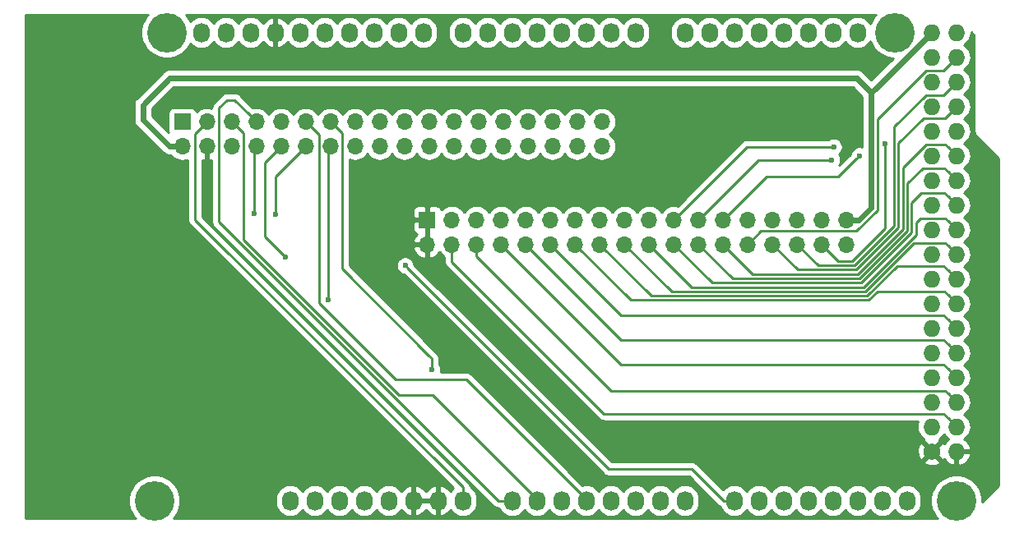
<source format=gbr>
G04 #@! TF.GenerationSoftware,KiCad,Pcbnew,(5.1.4-0-10_14)*
G04 #@! TF.CreationDate,2019-11-06T08:06:47+01:00*
G04 #@! TF.ProjectId,UFC Controller Interface,55464320-436f-46e7-9472-6f6c6c657220,rev?*
G04 #@! TF.SameCoordinates,Original*
G04 #@! TF.FileFunction,Copper,L2,Bot*
G04 #@! TF.FilePolarity,Positive*
%FSLAX46Y46*%
G04 Gerber Fmt 4.6, Leading zero omitted, Abs format (unit mm)*
G04 Created by KiCad (PCBNEW (5.1.4-0-10_14)) date 2019-11-06 08:06:47*
%MOMM*%
%LPD*%
G04 APERTURE LIST*
%ADD10O,1.700000X1.700000*%
%ADD11R,1.700000X1.700000*%
%ADD12O,1.727200X1.727200*%
%ADD13C,1.727200*%
%ADD14O,1.727200X2.032000*%
%ADD15C,4.064000*%
%ADD16C,0.600000*%
%ADD17C,0.250000*%
%ADD18C,0.609600*%
%ADD19C,0.254000*%
G04 APERTURE END LIST*
D10*
X188595000Y-92710000D03*
X188595000Y-90170000D03*
X186055000Y-92710000D03*
X186055000Y-90170000D03*
X183515000Y-92710000D03*
X183515000Y-90170000D03*
X180975000Y-92710000D03*
X180975000Y-90170000D03*
X178435000Y-92710000D03*
X178435000Y-90170000D03*
X175895000Y-92710000D03*
X175895000Y-90170000D03*
X173355000Y-92710000D03*
X173355000Y-90170000D03*
X170815000Y-92710000D03*
X170815000Y-90170000D03*
X168275000Y-92710000D03*
X168275000Y-90170000D03*
X165735000Y-92710000D03*
X165735000Y-90170000D03*
X163195000Y-92710000D03*
X163195000Y-90170000D03*
X160655000Y-92710000D03*
X160655000Y-90170000D03*
X158115000Y-92710000D03*
X158115000Y-90170000D03*
X155575000Y-92710000D03*
X155575000Y-90170000D03*
X153035000Y-92710000D03*
X153035000Y-90170000D03*
X150495000Y-92710000D03*
X150495000Y-90170000D03*
X147955000Y-92710000D03*
X147955000Y-90170000D03*
X145415000Y-92710000D03*
D11*
X145415000Y-90170000D03*
D10*
X163398200Y-82600800D03*
X163398200Y-80060800D03*
X160858200Y-82600800D03*
X160858200Y-80060800D03*
X158318200Y-82600800D03*
X158318200Y-80060800D03*
X155778200Y-82600800D03*
X155778200Y-80060800D03*
X153238200Y-82600800D03*
X153238200Y-80060800D03*
X150698200Y-82600800D03*
X150698200Y-80060800D03*
X148158200Y-82600800D03*
X148158200Y-80060800D03*
X145618200Y-82600800D03*
X145618200Y-80060800D03*
X143078200Y-82600800D03*
X143078200Y-80060800D03*
X140538200Y-82600800D03*
X140538200Y-80060800D03*
X137998200Y-82600800D03*
X137998200Y-80060800D03*
X135458200Y-82600800D03*
X135458200Y-80060800D03*
X132918200Y-82600800D03*
X132918200Y-80060800D03*
X130378200Y-82600800D03*
X130378200Y-80060800D03*
X127838200Y-82600800D03*
X127838200Y-80060800D03*
X125298200Y-82600800D03*
X125298200Y-80060800D03*
X122758200Y-82600800D03*
X122758200Y-80060800D03*
X120218200Y-82600800D03*
D11*
X120218200Y-80060800D03*
D12*
X199898000Y-70866000D03*
X197358000Y-70866000D03*
X199898000Y-73406000D03*
X197358000Y-73406000D03*
X199898000Y-75946000D03*
X197358000Y-75946000D03*
X199898000Y-78486000D03*
X197358000Y-78486000D03*
X199898000Y-81026000D03*
X197358000Y-81026000D03*
X199898000Y-83566000D03*
X197358000Y-83566000D03*
X199898000Y-86106000D03*
X197358000Y-86106000D03*
X199898000Y-88646000D03*
X197358000Y-88646000D03*
X199898000Y-91186000D03*
X197358000Y-91186000D03*
X199898000Y-93726000D03*
X197358000Y-93726000D03*
X199898000Y-96266000D03*
X197358000Y-96266000D03*
X199898000Y-98806000D03*
X197358000Y-98806000D03*
X199898000Y-101346000D03*
X197358000Y-101346000D03*
X199898000Y-103886000D03*
X197358000Y-103886000D03*
X199898000Y-106426000D03*
X197358000Y-106426000D03*
X199898000Y-108966000D03*
X197358000Y-108966000D03*
X199898000Y-111506000D03*
X197358000Y-111506000D03*
X199898000Y-114046000D03*
D13*
X197358000Y-114046000D03*
D14*
X149098000Y-119126000D03*
X146558000Y-119126000D03*
X144018000Y-119126000D03*
X141478000Y-119126000D03*
X138938000Y-119126000D03*
X136398000Y-119126000D03*
X133858000Y-119126000D03*
X131318000Y-119126000D03*
X171958000Y-119126000D03*
X169418000Y-119126000D03*
X166878000Y-119126000D03*
X164338000Y-119126000D03*
X161798000Y-119126000D03*
X159258000Y-119126000D03*
X156718000Y-119126000D03*
X154178000Y-119126000D03*
X194818000Y-119126000D03*
X192278000Y-119126000D03*
X189738000Y-119126000D03*
X187198000Y-119126000D03*
X184658000Y-119126000D03*
X182118000Y-119126000D03*
X179578000Y-119126000D03*
X177038000Y-119126000D03*
X145034000Y-70866000D03*
X142494000Y-70866000D03*
X139954000Y-70866000D03*
X137414000Y-70866000D03*
X134874000Y-70866000D03*
X132334000Y-70866000D03*
X129794000Y-70866000D03*
X127254000Y-70866000D03*
X124714000Y-70866000D03*
X122174000Y-70866000D03*
X166878000Y-70866000D03*
X164338000Y-70866000D03*
X161798000Y-70866000D03*
X159258000Y-70866000D03*
X156718000Y-70866000D03*
X154178000Y-70866000D03*
X151638000Y-70866000D03*
X149098000Y-70866000D03*
X189738000Y-70866000D03*
X187198000Y-70866000D03*
X184658000Y-70866000D03*
X182118000Y-70866000D03*
X179578000Y-70866000D03*
X177038000Y-70866000D03*
X174498000Y-70866000D03*
X171958000Y-70866000D03*
D15*
X117348000Y-119126000D03*
X199898000Y-119126000D03*
X118618000Y-70866000D03*
X193548000Y-70866000D03*
D16*
X187071000Y-83997800D03*
X187274200Y-82651600D03*
X189890400Y-83566000D03*
X192557400Y-82346800D03*
X145897600Y-105613200D03*
X130810000Y-93980000D03*
X135255000Y-98425000D03*
X127635000Y-89535000D03*
X129819400Y-89585800D03*
X143154400Y-94894400D03*
D17*
X199034401Y-110642401D02*
X199898000Y-111506000D01*
X198546601Y-110154601D02*
X199034401Y-110642401D01*
X163621601Y-110154601D02*
X198546601Y-110154601D01*
X147955000Y-92710000D02*
X147955000Y-94488000D01*
X147955000Y-94488000D02*
X163621601Y-110154601D01*
X199034401Y-108102401D02*
X199898000Y-108966000D01*
X198709399Y-107777399D02*
X199034401Y-108102401D01*
X164360318Y-107777399D02*
X198709399Y-107777399D01*
X150495000Y-93912081D02*
X164360318Y-107777399D01*
X150495000Y-92710000D02*
X150495000Y-93912081D01*
X199034401Y-105562401D02*
X199898000Y-106426000D01*
X198546601Y-105074601D02*
X199034401Y-105562401D01*
X165399601Y-105074601D02*
X198546601Y-105074601D01*
X153035000Y-92710000D02*
X165399601Y-105074601D01*
X199034401Y-103022401D02*
X199898000Y-103886000D01*
X198546601Y-102534601D02*
X199034401Y-103022401D01*
X165399601Y-102534601D02*
X198546601Y-102534601D01*
X155575000Y-92710000D02*
X165399601Y-102534601D01*
X199034401Y-100482401D02*
X199898000Y-101346000D01*
X198546601Y-99994601D02*
X199034401Y-100482401D01*
X165399601Y-99994601D02*
X198546601Y-99994601D01*
X158115000Y-92710000D02*
X165399601Y-99994601D01*
X166406899Y-98461899D02*
X190882200Y-98461899D01*
X160655000Y-92710000D02*
X166406899Y-98461899D01*
X198672086Y-97580086D02*
X199034401Y-97942401D01*
X199034401Y-97942401D02*
X199898000Y-98806000D01*
X191764012Y-97580086D02*
X198672086Y-97580086D01*
X190882200Y-98461899D02*
X191764012Y-97580086D01*
X190695800Y-98011888D02*
X193793086Y-94914601D01*
X163195000Y-92710000D02*
X168496888Y-98011888D01*
X168496888Y-98011888D02*
X190695800Y-98011888D01*
X193793086Y-94914601D02*
X198546601Y-94914601D01*
X198546601Y-94914601D02*
X199034401Y-95402401D01*
X199034401Y-95402401D02*
X199898000Y-96266000D01*
X199034401Y-92862401D02*
X199898000Y-93726000D01*
X165735000Y-92710000D02*
X170586877Y-97561877D01*
X170586877Y-97561877D02*
X190509400Y-97561877D01*
X190509400Y-97561877D02*
X195533878Y-92537399D01*
X195533878Y-92537399D02*
X198709399Y-92537399D01*
X198709399Y-92537399D02*
X199034401Y-92862401D01*
X198709399Y-89997399D02*
X199034401Y-90322401D01*
X199034401Y-90322401D02*
X199898000Y-91186000D01*
X196228658Y-89997399D02*
X198709399Y-89997399D01*
X195740066Y-90485990D02*
X196228658Y-89997399D01*
X195740066Y-91694800D02*
X195740066Y-90485990D01*
X190323000Y-97111866D02*
X195740066Y-91694800D01*
X172676866Y-97111866D02*
X190323000Y-97111866D01*
X168275000Y-92710000D02*
X172676866Y-97111866D01*
X179527200Y-83997800D02*
X186646736Y-83997800D01*
X186646736Y-83997800D02*
X187071000Y-83997800D01*
X173355000Y-90170000D02*
X179527200Y-83997800D01*
X199034401Y-87782401D02*
X199898000Y-88646000D01*
X198653400Y-87401400D02*
X199034401Y-87782401D01*
X174766855Y-96661855D02*
X190136600Y-96661855D01*
X170815000Y-92710000D02*
X174766855Y-96661855D01*
X190136600Y-96661855D02*
X195290055Y-91508400D01*
X195290055Y-91508400D02*
X195290055Y-88427945D01*
X195290055Y-88427945D02*
X196316600Y-87401400D01*
X196316600Y-87401400D02*
X198653400Y-87401400D01*
X178333400Y-82651600D02*
X186849936Y-82651600D01*
X186849936Y-82651600D02*
X187274200Y-82651600D01*
X170815000Y-90170000D02*
X178333400Y-82651600D01*
X198628000Y-84836000D02*
X199034401Y-85242401D01*
X176856844Y-96211844D02*
X189950200Y-96211844D01*
X173355000Y-92710000D02*
X176856844Y-96211844D01*
X199034401Y-85242401D02*
X199898000Y-86106000D01*
X189950200Y-96211844D02*
X194840044Y-91322000D01*
X194840044Y-86414156D02*
X196418200Y-84836000D01*
X194840044Y-91322000D02*
X194840044Y-86414156D01*
X196418200Y-84836000D02*
X198628000Y-84836000D01*
X189590401Y-83865999D02*
X189890400Y-83566000D01*
X187756800Y-85699600D02*
X189590401Y-83865999D01*
X175895000Y-90170000D02*
X180365400Y-85699600D01*
X180365400Y-85699600D02*
X187756800Y-85699600D01*
X175895000Y-92710000D02*
X178946833Y-95761833D01*
X178946833Y-95761833D02*
X189763800Y-95761833D01*
X189763800Y-95761833D02*
X194390033Y-91135600D01*
X194390033Y-91135600D02*
X194390033Y-84774837D01*
X194390033Y-84774837D02*
X196787471Y-82377399D01*
X196787471Y-82377399D02*
X198709399Y-82377399D01*
X198709399Y-82377399D02*
X199034401Y-82702401D01*
X199034401Y-82702401D02*
X199898000Y-83566000D01*
X192557400Y-91059000D02*
X192557400Y-82771064D01*
X189204600Y-94411800D02*
X192557400Y-91059000D01*
X187756800Y-94411800D02*
X189204600Y-94411800D01*
X186055000Y-92710000D02*
X187756800Y-94411800D01*
X192557400Y-82771064D02*
X192557400Y-82346800D01*
X193940022Y-90949200D02*
X193940022Y-82284978D01*
X180975000Y-92710000D02*
X183576822Y-95311822D01*
X183576822Y-95311822D02*
X189577400Y-95311822D01*
X189577400Y-95311822D02*
X193940022Y-90949200D01*
X193940022Y-82284978D02*
X196550399Y-79674601D01*
X196550399Y-79674601D02*
X198709399Y-79674601D01*
X198709399Y-79674601D02*
X199034401Y-79349599D01*
X199034401Y-79349599D02*
X199898000Y-78486000D01*
X185666811Y-94861811D02*
X189391000Y-94861811D01*
X193490011Y-90762800D02*
X193490011Y-80594859D01*
X193490011Y-80594859D02*
X196787471Y-77297399D01*
X196787471Y-77297399D02*
X198546601Y-77297399D01*
X198546601Y-77297399D02*
X199034401Y-76809599D01*
X199034401Y-76809599D02*
X199898000Y-75946000D01*
X189391000Y-94861811D02*
X193490011Y-90762800D01*
X183515000Y-92710000D02*
X185666811Y-94861811D01*
X196787471Y-74757399D02*
X198546601Y-74757399D01*
X178435000Y-92710000D02*
X179799999Y-91345001D01*
X199034401Y-74269599D02*
X199898000Y-73406000D01*
X191764811Y-79780059D02*
X196787471Y-74757399D01*
X191764811Y-89160876D02*
X191764811Y-79780059D01*
X189580686Y-91345001D02*
X191764811Y-89160876D01*
X198546601Y-74757399D02*
X199034401Y-74269599D01*
X179799999Y-91345001D02*
X189580686Y-91345001D01*
D18*
X197358000Y-70866000D02*
X191135000Y-77089000D01*
X191135000Y-77089000D02*
X191135000Y-88900000D01*
X189865000Y-90170000D02*
X188595000Y-90170000D01*
X191135000Y-88900000D02*
X189865000Y-90170000D01*
X120218200Y-82600800D02*
X118897400Y-82600800D01*
X118897400Y-82600800D02*
X116154200Y-79857600D01*
X116154200Y-79857600D02*
X116154200Y-78333600D01*
X116154200Y-78333600D02*
X118897400Y-75590400D01*
X189636400Y-75590400D02*
X191135000Y-77089000D01*
X118897400Y-75590400D02*
X189636400Y-75590400D01*
D17*
X149098000Y-117754400D02*
X149098000Y-119126000D01*
X121513600Y-90170000D02*
X149098000Y-117754400D01*
X122758200Y-80060800D02*
X121513600Y-81305400D01*
X121513600Y-81305400D02*
X121513600Y-90170000D01*
X154178000Y-119126000D02*
X152728789Y-119126000D01*
X125603000Y-77825600D02*
X126988201Y-79210801D01*
X126988201Y-79210801D02*
X127838200Y-80060800D01*
X124815600Y-77825600D02*
X125603000Y-77825600D01*
X124002800Y-90400011D02*
X124002800Y-78638400D01*
X124002800Y-78638400D02*
X124815600Y-77825600D01*
X152728789Y-119126000D02*
X124002800Y-90400011D01*
X126148199Y-80910799D02*
X125298200Y-80060800D01*
X156718000Y-118973600D02*
X146024600Y-108280200D01*
X156718000Y-119126000D02*
X156718000Y-118973600D01*
X146024600Y-108280200D02*
X142519400Y-108280200D01*
X142519400Y-108280200D02*
X126473201Y-92234001D01*
X126473201Y-92234001D02*
X126473201Y-81235801D01*
X126473201Y-81235801D02*
X126148199Y-80910799D01*
X159258000Y-119278400D02*
X159258000Y-119126000D01*
X136633201Y-81235801D02*
X136633201Y-95192203D01*
X135458200Y-80060800D02*
X136633201Y-81235801D01*
X145897600Y-104456602D02*
X145599599Y-104158601D01*
X145897600Y-105613200D02*
X145897600Y-104456602D01*
X136633201Y-95192203D02*
X145599599Y-104158601D01*
X161798000Y-118973600D02*
X161798000Y-119126000D01*
X149479000Y-106654600D02*
X161798000Y-118973600D01*
X142189200Y-106654600D02*
X149479000Y-106654600D01*
X134283199Y-98748599D02*
X142189200Y-106654600D01*
X132918200Y-80060800D02*
X134283199Y-81425799D01*
X134283199Y-81425799D02*
X134283199Y-98748599D01*
X128727200Y-91897200D02*
X130810000Y-93980000D01*
X130378200Y-82600800D02*
X128727200Y-84251800D01*
X128727200Y-84251800D02*
X128727200Y-91897200D01*
X135255000Y-82804000D02*
X135458200Y-82600800D01*
X135255000Y-98425000D02*
X135255000Y-82804000D01*
X127635000Y-82804000D02*
X127838200Y-82600800D01*
X127635000Y-89535000D02*
X127635000Y-82804000D01*
X129819400Y-85699600D02*
X129819400Y-89161536D01*
X132918200Y-82600800D02*
X129819400Y-85699600D01*
X129819400Y-89161536D02*
X129819400Y-89585800D01*
X164134800Y-115874800D02*
X143454399Y-95194399D01*
X143454399Y-95194399D02*
X143154400Y-94894400D01*
X175924400Y-119126000D02*
X172673200Y-115874800D01*
X177038000Y-119126000D02*
X175924400Y-119126000D01*
X172673200Y-115874800D02*
X164134800Y-115874800D01*
D19*
G36*
X116546406Y-69165887D02*
G01*
X116254536Y-69602702D01*
X116053492Y-70088065D01*
X115951000Y-70603323D01*
X115951000Y-71128677D01*
X116053492Y-71643935D01*
X116254536Y-72129298D01*
X116546406Y-72566113D01*
X116917887Y-72937594D01*
X117354702Y-73229464D01*
X117840065Y-73430508D01*
X118355323Y-73533000D01*
X118880677Y-73533000D01*
X119395935Y-73430508D01*
X119881298Y-73229464D01*
X120318113Y-72937594D01*
X120689594Y-72566113D01*
X120981464Y-72129298D01*
X121037001Y-71995219D01*
X121109203Y-72083197D01*
X121337395Y-72270469D01*
X121597737Y-72409625D01*
X121880224Y-72495316D01*
X122174000Y-72524251D01*
X122467777Y-72495316D01*
X122750264Y-72409625D01*
X123010606Y-72270469D01*
X123238797Y-72083197D01*
X123426069Y-71855006D01*
X123444000Y-71821459D01*
X123461931Y-71855006D01*
X123649203Y-72083197D01*
X123877395Y-72270469D01*
X124137737Y-72409625D01*
X124420224Y-72495316D01*
X124714000Y-72524251D01*
X125007777Y-72495316D01*
X125290264Y-72409625D01*
X125550606Y-72270469D01*
X125778797Y-72083197D01*
X125966069Y-71855006D01*
X125984000Y-71821459D01*
X126001931Y-71855006D01*
X126189203Y-72083197D01*
X126417395Y-72270469D01*
X126677737Y-72409625D01*
X126960224Y-72495316D01*
X127254000Y-72524251D01*
X127547777Y-72495316D01*
X127830264Y-72409625D01*
X128090606Y-72270469D01*
X128318797Y-72083197D01*
X128506069Y-71855006D01*
X128527424Y-71815053D01*
X128675514Y-72017729D01*
X128891965Y-72216733D01*
X129143081Y-72369686D01*
X129419211Y-72470709D01*
X129434974Y-72473358D01*
X129667000Y-72352217D01*
X129667000Y-70993000D01*
X129647000Y-70993000D01*
X129647000Y-70739000D01*
X129667000Y-70739000D01*
X129667000Y-69379783D01*
X129921000Y-69379783D01*
X129921000Y-70739000D01*
X129941000Y-70739000D01*
X129941000Y-70993000D01*
X129921000Y-70993000D01*
X129921000Y-72352217D01*
X130153026Y-72473358D01*
X130168789Y-72470709D01*
X130444919Y-72369686D01*
X130696035Y-72216733D01*
X130912486Y-72017729D01*
X131060576Y-71815053D01*
X131081931Y-71855006D01*
X131269203Y-72083197D01*
X131497395Y-72270469D01*
X131757737Y-72409625D01*
X132040224Y-72495316D01*
X132334000Y-72524251D01*
X132627777Y-72495316D01*
X132910264Y-72409625D01*
X133170606Y-72270469D01*
X133398797Y-72083197D01*
X133586069Y-71855006D01*
X133604000Y-71821459D01*
X133621931Y-71855006D01*
X133809203Y-72083197D01*
X134037395Y-72270469D01*
X134297737Y-72409625D01*
X134580224Y-72495316D01*
X134874000Y-72524251D01*
X135167777Y-72495316D01*
X135450264Y-72409625D01*
X135710606Y-72270469D01*
X135938797Y-72083197D01*
X136126069Y-71855006D01*
X136144000Y-71821459D01*
X136161931Y-71855006D01*
X136349203Y-72083197D01*
X136577395Y-72270469D01*
X136837737Y-72409625D01*
X137120224Y-72495316D01*
X137414000Y-72524251D01*
X137707777Y-72495316D01*
X137990264Y-72409625D01*
X138250606Y-72270469D01*
X138478797Y-72083197D01*
X138666069Y-71855006D01*
X138684000Y-71821459D01*
X138701931Y-71855006D01*
X138889203Y-72083197D01*
X139117395Y-72270469D01*
X139377737Y-72409625D01*
X139660224Y-72495316D01*
X139954000Y-72524251D01*
X140247777Y-72495316D01*
X140530264Y-72409625D01*
X140790606Y-72270469D01*
X141018797Y-72083197D01*
X141206069Y-71855006D01*
X141224000Y-71821459D01*
X141241931Y-71855006D01*
X141429203Y-72083197D01*
X141657395Y-72270469D01*
X141917737Y-72409625D01*
X142200224Y-72495316D01*
X142494000Y-72524251D01*
X142787777Y-72495316D01*
X143070264Y-72409625D01*
X143330606Y-72270469D01*
X143558797Y-72083197D01*
X143746069Y-71855006D01*
X143764000Y-71821459D01*
X143781931Y-71855006D01*
X143969203Y-72083197D01*
X144197395Y-72270469D01*
X144457737Y-72409625D01*
X144740224Y-72495316D01*
X145034000Y-72524251D01*
X145327777Y-72495316D01*
X145610264Y-72409625D01*
X145870606Y-72270469D01*
X146098797Y-72083197D01*
X146286069Y-71855006D01*
X146425225Y-71594663D01*
X146510916Y-71312176D01*
X146532600Y-71092018D01*
X146532600Y-70639982D01*
X147599400Y-70639982D01*
X147599400Y-71092019D01*
X147621084Y-71312177D01*
X147706775Y-71594664D01*
X147845931Y-71855006D01*
X148033203Y-72083197D01*
X148261395Y-72270469D01*
X148521737Y-72409625D01*
X148804224Y-72495316D01*
X149098000Y-72524251D01*
X149391777Y-72495316D01*
X149674264Y-72409625D01*
X149934606Y-72270469D01*
X150162797Y-72083197D01*
X150350069Y-71855006D01*
X150368000Y-71821459D01*
X150385931Y-71855006D01*
X150573203Y-72083197D01*
X150801395Y-72270469D01*
X151061737Y-72409625D01*
X151344224Y-72495316D01*
X151638000Y-72524251D01*
X151931777Y-72495316D01*
X152214264Y-72409625D01*
X152474606Y-72270469D01*
X152702797Y-72083197D01*
X152890069Y-71855006D01*
X152908000Y-71821459D01*
X152925931Y-71855006D01*
X153113203Y-72083197D01*
X153341395Y-72270469D01*
X153601737Y-72409625D01*
X153884224Y-72495316D01*
X154178000Y-72524251D01*
X154471777Y-72495316D01*
X154754264Y-72409625D01*
X155014606Y-72270469D01*
X155242797Y-72083197D01*
X155430069Y-71855006D01*
X155448000Y-71821459D01*
X155465931Y-71855006D01*
X155653203Y-72083197D01*
X155881395Y-72270469D01*
X156141737Y-72409625D01*
X156424224Y-72495316D01*
X156718000Y-72524251D01*
X157011777Y-72495316D01*
X157294264Y-72409625D01*
X157554606Y-72270469D01*
X157782797Y-72083197D01*
X157970069Y-71855006D01*
X157988000Y-71821459D01*
X158005931Y-71855006D01*
X158193203Y-72083197D01*
X158421395Y-72270469D01*
X158681737Y-72409625D01*
X158964224Y-72495316D01*
X159258000Y-72524251D01*
X159551777Y-72495316D01*
X159834264Y-72409625D01*
X160094606Y-72270469D01*
X160322797Y-72083197D01*
X160510069Y-71855006D01*
X160528000Y-71821459D01*
X160545931Y-71855006D01*
X160733203Y-72083197D01*
X160961395Y-72270469D01*
X161221737Y-72409625D01*
X161504224Y-72495316D01*
X161798000Y-72524251D01*
X162091777Y-72495316D01*
X162374264Y-72409625D01*
X162634606Y-72270469D01*
X162862797Y-72083197D01*
X163050069Y-71855006D01*
X163068000Y-71821459D01*
X163085931Y-71855006D01*
X163273203Y-72083197D01*
X163501395Y-72270469D01*
X163761737Y-72409625D01*
X164044224Y-72495316D01*
X164338000Y-72524251D01*
X164631777Y-72495316D01*
X164914264Y-72409625D01*
X165174606Y-72270469D01*
X165402797Y-72083197D01*
X165590069Y-71855006D01*
X165608000Y-71821459D01*
X165625931Y-71855006D01*
X165813203Y-72083197D01*
X166041395Y-72270469D01*
X166301737Y-72409625D01*
X166584224Y-72495316D01*
X166878000Y-72524251D01*
X167171777Y-72495316D01*
X167454264Y-72409625D01*
X167714606Y-72270469D01*
X167942797Y-72083197D01*
X168130069Y-71855006D01*
X168269225Y-71594663D01*
X168354916Y-71312176D01*
X168376600Y-71092018D01*
X168376600Y-70639981D01*
X168354916Y-70419823D01*
X168269225Y-70137336D01*
X168130069Y-69876994D01*
X167942797Y-69648803D01*
X167714605Y-69461531D01*
X167454263Y-69322375D01*
X167171776Y-69236684D01*
X166878000Y-69207749D01*
X166584223Y-69236684D01*
X166301736Y-69322375D01*
X166041394Y-69461531D01*
X165813203Y-69648803D01*
X165625931Y-69876995D01*
X165608000Y-69910541D01*
X165590069Y-69876994D01*
X165402797Y-69648803D01*
X165174605Y-69461531D01*
X164914263Y-69322375D01*
X164631776Y-69236684D01*
X164338000Y-69207749D01*
X164044223Y-69236684D01*
X163761736Y-69322375D01*
X163501394Y-69461531D01*
X163273203Y-69648803D01*
X163085931Y-69876995D01*
X163068000Y-69910541D01*
X163050069Y-69876994D01*
X162862797Y-69648803D01*
X162634605Y-69461531D01*
X162374263Y-69322375D01*
X162091776Y-69236684D01*
X161798000Y-69207749D01*
X161504223Y-69236684D01*
X161221736Y-69322375D01*
X160961394Y-69461531D01*
X160733203Y-69648803D01*
X160545931Y-69876995D01*
X160528000Y-69910541D01*
X160510069Y-69876994D01*
X160322797Y-69648803D01*
X160094605Y-69461531D01*
X159834263Y-69322375D01*
X159551776Y-69236684D01*
X159258000Y-69207749D01*
X158964223Y-69236684D01*
X158681736Y-69322375D01*
X158421394Y-69461531D01*
X158193203Y-69648803D01*
X158005931Y-69876995D01*
X157988000Y-69910541D01*
X157970069Y-69876994D01*
X157782797Y-69648803D01*
X157554605Y-69461531D01*
X157294263Y-69322375D01*
X157011776Y-69236684D01*
X156718000Y-69207749D01*
X156424223Y-69236684D01*
X156141736Y-69322375D01*
X155881394Y-69461531D01*
X155653203Y-69648803D01*
X155465931Y-69876995D01*
X155448000Y-69910541D01*
X155430069Y-69876994D01*
X155242797Y-69648803D01*
X155014605Y-69461531D01*
X154754263Y-69322375D01*
X154471776Y-69236684D01*
X154178000Y-69207749D01*
X153884223Y-69236684D01*
X153601736Y-69322375D01*
X153341394Y-69461531D01*
X153113203Y-69648803D01*
X152925931Y-69876995D01*
X152908000Y-69910541D01*
X152890069Y-69876994D01*
X152702797Y-69648803D01*
X152474605Y-69461531D01*
X152214263Y-69322375D01*
X151931776Y-69236684D01*
X151638000Y-69207749D01*
X151344223Y-69236684D01*
X151061736Y-69322375D01*
X150801394Y-69461531D01*
X150573203Y-69648803D01*
X150385931Y-69876995D01*
X150368000Y-69910541D01*
X150350069Y-69876994D01*
X150162797Y-69648803D01*
X149934605Y-69461531D01*
X149674263Y-69322375D01*
X149391776Y-69236684D01*
X149098000Y-69207749D01*
X148804223Y-69236684D01*
X148521736Y-69322375D01*
X148261394Y-69461531D01*
X148033203Y-69648803D01*
X147845931Y-69876995D01*
X147706775Y-70137337D01*
X147621084Y-70419824D01*
X147599400Y-70639982D01*
X146532600Y-70639982D01*
X146532600Y-70639981D01*
X146510916Y-70419823D01*
X146425225Y-70137336D01*
X146286069Y-69876994D01*
X146098797Y-69648803D01*
X145870605Y-69461531D01*
X145610263Y-69322375D01*
X145327776Y-69236684D01*
X145034000Y-69207749D01*
X144740223Y-69236684D01*
X144457736Y-69322375D01*
X144197394Y-69461531D01*
X143969203Y-69648803D01*
X143781931Y-69876995D01*
X143764000Y-69910541D01*
X143746069Y-69876994D01*
X143558797Y-69648803D01*
X143330605Y-69461531D01*
X143070263Y-69322375D01*
X142787776Y-69236684D01*
X142494000Y-69207749D01*
X142200223Y-69236684D01*
X141917736Y-69322375D01*
X141657394Y-69461531D01*
X141429203Y-69648803D01*
X141241931Y-69876995D01*
X141224000Y-69910541D01*
X141206069Y-69876994D01*
X141018797Y-69648803D01*
X140790605Y-69461531D01*
X140530263Y-69322375D01*
X140247776Y-69236684D01*
X139954000Y-69207749D01*
X139660223Y-69236684D01*
X139377736Y-69322375D01*
X139117394Y-69461531D01*
X138889203Y-69648803D01*
X138701931Y-69876995D01*
X138684000Y-69910541D01*
X138666069Y-69876994D01*
X138478797Y-69648803D01*
X138250605Y-69461531D01*
X137990263Y-69322375D01*
X137707776Y-69236684D01*
X137414000Y-69207749D01*
X137120223Y-69236684D01*
X136837736Y-69322375D01*
X136577394Y-69461531D01*
X136349203Y-69648803D01*
X136161931Y-69876995D01*
X136144000Y-69910541D01*
X136126069Y-69876994D01*
X135938797Y-69648803D01*
X135710605Y-69461531D01*
X135450263Y-69322375D01*
X135167776Y-69236684D01*
X134874000Y-69207749D01*
X134580223Y-69236684D01*
X134297736Y-69322375D01*
X134037394Y-69461531D01*
X133809203Y-69648803D01*
X133621931Y-69876995D01*
X133604000Y-69910541D01*
X133586069Y-69876994D01*
X133398797Y-69648803D01*
X133170605Y-69461531D01*
X132910263Y-69322375D01*
X132627776Y-69236684D01*
X132334000Y-69207749D01*
X132040223Y-69236684D01*
X131757736Y-69322375D01*
X131497394Y-69461531D01*
X131269203Y-69648803D01*
X131081931Y-69876995D01*
X131060576Y-69916947D01*
X130912486Y-69714271D01*
X130696035Y-69515267D01*
X130444919Y-69362314D01*
X130168789Y-69261291D01*
X130153026Y-69258642D01*
X129921000Y-69379783D01*
X129667000Y-69379783D01*
X129434974Y-69258642D01*
X129419211Y-69261291D01*
X129143081Y-69362314D01*
X128891965Y-69515267D01*
X128675514Y-69714271D01*
X128527424Y-69916947D01*
X128506069Y-69876994D01*
X128318797Y-69648803D01*
X128090605Y-69461531D01*
X127830263Y-69322375D01*
X127547776Y-69236684D01*
X127254000Y-69207749D01*
X126960223Y-69236684D01*
X126677736Y-69322375D01*
X126417394Y-69461531D01*
X126189203Y-69648803D01*
X126001931Y-69876995D01*
X125984000Y-69910541D01*
X125966069Y-69876994D01*
X125778797Y-69648803D01*
X125550605Y-69461531D01*
X125290263Y-69322375D01*
X125007776Y-69236684D01*
X124714000Y-69207749D01*
X124420223Y-69236684D01*
X124137736Y-69322375D01*
X123877394Y-69461531D01*
X123649203Y-69648803D01*
X123461931Y-69876995D01*
X123444000Y-69910541D01*
X123426069Y-69876994D01*
X123238797Y-69648803D01*
X123010605Y-69461531D01*
X122750263Y-69322375D01*
X122467776Y-69236684D01*
X122174000Y-69207749D01*
X121880223Y-69236684D01*
X121597736Y-69322375D01*
X121337394Y-69461531D01*
X121109203Y-69648803D01*
X121037001Y-69736781D01*
X120981464Y-69602702D01*
X120689594Y-69165887D01*
X120559707Y-69036000D01*
X191606293Y-69036000D01*
X191476406Y-69165887D01*
X191184536Y-69602702D01*
X191035621Y-69962215D01*
X190990069Y-69876994D01*
X190802797Y-69648803D01*
X190574605Y-69461531D01*
X190314263Y-69322375D01*
X190031776Y-69236684D01*
X189738000Y-69207749D01*
X189444223Y-69236684D01*
X189161736Y-69322375D01*
X188901394Y-69461531D01*
X188673203Y-69648803D01*
X188485931Y-69876995D01*
X188468000Y-69910541D01*
X188450069Y-69876994D01*
X188262797Y-69648803D01*
X188034605Y-69461531D01*
X187774263Y-69322375D01*
X187491776Y-69236684D01*
X187198000Y-69207749D01*
X186904223Y-69236684D01*
X186621736Y-69322375D01*
X186361394Y-69461531D01*
X186133203Y-69648803D01*
X185945931Y-69876995D01*
X185928000Y-69910541D01*
X185910069Y-69876994D01*
X185722797Y-69648803D01*
X185494605Y-69461531D01*
X185234263Y-69322375D01*
X184951776Y-69236684D01*
X184658000Y-69207749D01*
X184364223Y-69236684D01*
X184081736Y-69322375D01*
X183821394Y-69461531D01*
X183593203Y-69648803D01*
X183405931Y-69876995D01*
X183388000Y-69910541D01*
X183370069Y-69876994D01*
X183182797Y-69648803D01*
X182954605Y-69461531D01*
X182694263Y-69322375D01*
X182411776Y-69236684D01*
X182118000Y-69207749D01*
X181824223Y-69236684D01*
X181541736Y-69322375D01*
X181281394Y-69461531D01*
X181053203Y-69648803D01*
X180865931Y-69876995D01*
X180848000Y-69910541D01*
X180830069Y-69876994D01*
X180642797Y-69648803D01*
X180414605Y-69461531D01*
X180154263Y-69322375D01*
X179871776Y-69236684D01*
X179578000Y-69207749D01*
X179284223Y-69236684D01*
X179001736Y-69322375D01*
X178741394Y-69461531D01*
X178513203Y-69648803D01*
X178325931Y-69876995D01*
X178308000Y-69910541D01*
X178290069Y-69876994D01*
X178102797Y-69648803D01*
X177874605Y-69461531D01*
X177614263Y-69322375D01*
X177331776Y-69236684D01*
X177038000Y-69207749D01*
X176744223Y-69236684D01*
X176461736Y-69322375D01*
X176201394Y-69461531D01*
X175973203Y-69648803D01*
X175785931Y-69876995D01*
X175768000Y-69910541D01*
X175750069Y-69876994D01*
X175562797Y-69648803D01*
X175334605Y-69461531D01*
X175074263Y-69322375D01*
X174791776Y-69236684D01*
X174498000Y-69207749D01*
X174204223Y-69236684D01*
X173921736Y-69322375D01*
X173661394Y-69461531D01*
X173433203Y-69648803D01*
X173245931Y-69876995D01*
X173228000Y-69910541D01*
X173210069Y-69876994D01*
X173022797Y-69648803D01*
X172794605Y-69461531D01*
X172534263Y-69322375D01*
X172251776Y-69236684D01*
X171958000Y-69207749D01*
X171664223Y-69236684D01*
X171381736Y-69322375D01*
X171121394Y-69461531D01*
X170893203Y-69648803D01*
X170705931Y-69876995D01*
X170566775Y-70137337D01*
X170481084Y-70419824D01*
X170459400Y-70639982D01*
X170459400Y-71092019D01*
X170481084Y-71312177D01*
X170566775Y-71594664D01*
X170705931Y-71855006D01*
X170893203Y-72083197D01*
X171121395Y-72270469D01*
X171381737Y-72409625D01*
X171664224Y-72495316D01*
X171958000Y-72524251D01*
X172251777Y-72495316D01*
X172534264Y-72409625D01*
X172794606Y-72270469D01*
X173022797Y-72083197D01*
X173210069Y-71855006D01*
X173228000Y-71821459D01*
X173245931Y-71855006D01*
X173433203Y-72083197D01*
X173661395Y-72270469D01*
X173921737Y-72409625D01*
X174204224Y-72495316D01*
X174498000Y-72524251D01*
X174791777Y-72495316D01*
X175074264Y-72409625D01*
X175334606Y-72270469D01*
X175562797Y-72083197D01*
X175750069Y-71855006D01*
X175768000Y-71821459D01*
X175785931Y-71855006D01*
X175973203Y-72083197D01*
X176201395Y-72270469D01*
X176461737Y-72409625D01*
X176744224Y-72495316D01*
X177038000Y-72524251D01*
X177331777Y-72495316D01*
X177614264Y-72409625D01*
X177874606Y-72270469D01*
X178102797Y-72083197D01*
X178290069Y-71855006D01*
X178308000Y-71821459D01*
X178325931Y-71855006D01*
X178513203Y-72083197D01*
X178741395Y-72270469D01*
X179001737Y-72409625D01*
X179284224Y-72495316D01*
X179578000Y-72524251D01*
X179871777Y-72495316D01*
X180154264Y-72409625D01*
X180414606Y-72270469D01*
X180642797Y-72083197D01*
X180830069Y-71855006D01*
X180848000Y-71821459D01*
X180865931Y-71855006D01*
X181053203Y-72083197D01*
X181281395Y-72270469D01*
X181541737Y-72409625D01*
X181824224Y-72495316D01*
X182118000Y-72524251D01*
X182411777Y-72495316D01*
X182694264Y-72409625D01*
X182954606Y-72270469D01*
X183182797Y-72083197D01*
X183370069Y-71855006D01*
X183388000Y-71821459D01*
X183405931Y-71855006D01*
X183593203Y-72083197D01*
X183821395Y-72270469D01*
X184081737Y-72409625D01*
X184364224Y-72495316D01*
X184658000Y-72524251D01*
X184951777Y-72495316D01*
X185234264Y-72409625D01*
X185494606Y-72270469D01*
X185722797Y-72083197D01*
X185910069Y-71855006D01*
X185928000Y-71821459D01*
X185945931Y-71855006D01*
X186133203Y-72083197D01*
X186361395Y-72270469D01*
X186621737Y-72409625D01*
X186904224Y-72495316D01*
X187198000Y-72524251D01*
X187491777Y-72495316D01*
X187774264Y-72409625D01*
X188034606Y-72270469D01*
X188262797Y-72083197D01*
X188450069Y-71855006D01*
X188468000Y-71821459D01*
X188485931Y-71855006D01*
X188673203Y-72083197D01*
X188901395Y-72270469D01*
X189161737Y-72409625D01*
X189444224Y-72495316D01*
X189738000Y-72524251D01*
X190031777Y-72495316D01*
X190314264Y-72409625D01*
X190574606Y-72270469D01*
X190802797Y-72083197D01*
X190990069Y-71855006D01*
X191035621Y-71769785D01*
X191184536Y-72129298D01*
X191476406Y-72566113D01*
X191847887Y-72937594D01*
X192284702Y-73229464D01*
X192770065Y-73430508D01*
X193285323Y-73533000D01*
X193361924Y-73533000D01*
X191135000Y-75759923D01*
X190333591Y-74958515D01*
X190304154Y-74922646D01*
X190161051Y-74805204D01*
X189997786Y-74717937D01*
X189820633Y-74664198D01*
X189682567Y-74650600D01*
X189682557Y-74650600D01*
X189636400Y-74646054D01*
X189590243Y-74650600D01*
X118943565Y-74650600D01*
X118897400Y-74646053D01*
X118851235Y-74650600D01*
X118851233Y-74650600D01*
X118713167Y-74664198D01*
X118536014Y-74717937D01*
X118372748Y-74805204D01*
X118265506Y-74893216D01*
X118229646Y-74922646D01*
X118200218Y-74958504D01*
X115522310Y-77636414D01*
X115486447Y-77665846D01*
X115457017Y-77701707D01*
X115369004Y-77808949D01*
X115281738Y-77972214D01*
X115227999Y-78149367D01*
X115209854Y-78333600D01*
X115214401Y-78379767D01*
X115214400Y-79811442D01*
X115209854Y-79857600D01*
X115214400Y-79903757D01*
X115214400Y-79903766D01*
X115227998Y-80041832D01*
X115281737Y-80218985D01*
X115369004Y-80382251D01*
X115486446Y-80525354D01*
X115522315Y-80554791D01*
X118200218Y-83232696D01*
X118229646Y-83268554D01*
X118265504Y-83297982D01*
X118265506Y-83297984D01*
X118372748Y-83385996D01*
X118495117Y-83451403D01*
X118536014Y-83473263D01*
X118713167Y-83527002D01*
X118851233Y-83540600D01*
X118851235Y-83540600D01*
X118897400Y-83545147D01*
X118943565Y-83540600D01*
X119068414Y-83540600D01*
X119163066Y-83655934D01*
X119389186Y-83841506D01*
X119647166Y-83979399D01*
X119927089Y-84064313D01*
X120145250Y-84085800D01*
X120291150Y-84085800D01*
X120509311Y-84064313D01*
X120753600Y-83990208D01*
X120753601Y-90132668D01*
X120749924Y-90170000D01*
X120753601Y-90207333D01*
X120762268Y-90295324D01*
X120764598Y-90318985D01*
X120808054Y-90462246D01*
X120878626Y-90594276D01*
X120915704Y-90639455D01*
X120973600Y-90710001D01*
X121002598Y-90733799D01*
X148112513Y-117843715D01*
X148033203Y-117908803D01*
X147845931Y-118136995D01*
X147824576Y-118176947D01*
X147676486Y-117974271D01*
X147460035Y-117775267D01*
X147208919Y-117622314D01*
X146932789Y-117521291D01*
X146917026Y-117518642D01*
X146685000Y-117639783D01*
X146685000Y-118999000D01*
X146705000Y-118999000D01*
X146705000Y-119253000D01*
X146685000Y-119253000D01*
X146685000Y-120612217D01*
X146917026Y-120733358D01*
X146932789Y-120730709D01*
X147208919Y-120629686D01*
X147460035Y-120476733D01*
X147676486Y-120277729D01*
X147824576Y-120075053D01*
X147845931Y-120115006D01*
X148033203Y-120343197D01*
X148261395Y-120530469D01*
X148521737Y-120669625D01*
X148804224Y-120755316D01*
X149098000Y-120784251D01*
X149391777Y-120755316D01*
X149674264Y-120669625D01*
X149934606Y-120530469D01*
X150162797Y-120343197D01*
X150350069Y-120115006D01*
X150489225Y-119854663D01*
X150574916Y-119572176D01*
X150596600Y-119352018D01*
X150596600Y-118899981D01*
X150574916Y-118679823D01*
X150489225Y-118397336D01*
X150350069Y-118136994D01*
X150162797Y-117908803D01*
X149934605Y-117721531D01*
X149854207Y-117678557D01*
X149847003Y-117605414D01*
X149803546Y-117462153D01*
X149732974Y-117330124D01*
X149661799Y-117243397D01*
X149638001Y-117214399D01*
X149609004Y-117190602D01*
X122273600Y-89855199D01*
X122273600Y-84003539D01*
X122401310Y-84042276D01*
X122631200Y-83920955D01*
X122631200Y-82727800D01*
X122611200Y-82727800D01*
X122611200Y-82473800D01*
X122631200Y-82473800D01*
X122631200Y-82453800D01*
X122885200Y-82453800D01*
X122885200Y-82473800D01*
X122905200Y-82473800D01*
X122905200Y-82727800D01*
X122885200Y-82727800D01*
X122885200Y-83920955D01*
X123115090Y-84042276D01*
X123242801Y-84003539D01*
X123242800Y-90362689D01*
X123239124Y-90400011D01*
X123242800Y-90437333D01*
X123242800Y-90437343D01*
X123253797Y-90548996D01*
X123279878Y-90634975D01*
X123297254Y-90692257D01*
X123367826Y-90824287D01*
X123399107Y-90862402D01*
X123462799Y-90940012D01*
X123491803Y-90963815D01*
X152164990Y-119637003D01*
X152188788Y-119666001D01*
X152304513Y-119760974D01*
X152436542Y-119831546D01*
X152579803Y-119875003D01*
X152691456Y-119886000D01*
X152691465Y-119886000D01*
X152728788Y-119889676D01*
X152766111Y-119886000D01*
X152803524Y-119886000D01*
X152925931Y-120115006D01*
X153113203Y-120343197D01*
X153341395Y-120530469D01*
X153601737Y-120669625D01*
X153884224Y-120755316D01*
X154178000Y-120784251D01*
X154471777Y-120755316D01*
X154754264Y-120669625D01*
X155014606Y-120530469D01*
X155242797Y-120343197D01*
X155430069Y-120115006D01*
X155448000Y-120081459D01*
X155465931Y-120115006D01*
X155653203Y-120343197D01*
X155881395Y-120530469D01*
X156141737Y-120669625D01*
X156424224Y-120755316D01*
X156718000Y-120784251D01*
X157011777Y-120755316D01*
X157294264Y-120669625D01*
X157554606Y-120530469D01*
X157782797Y-120343197D01*
X157970069Y-120115006D01*
X157988000Y-120081459D01*
X158005931Y-120115006D01*
X158193203Y-120343197D01*
X158421395Y-120530469D01*
X158681737Y-120669625D01*
X158964224Y-120755316D01*
X159258000Y-120784251D01*
X159551777Y-120755316D01*
X159834264Y-120669625D01*
X160094606Y-120530469D01*
X160322797Y-120343197D01*
X160510069Y-120115006D01*
X160528000Y-120081459D01*
X160545931Y-120115006D01*
X160733203Y-120343197D01*
X160961395Y-120530469D01*
X161221737Y-120669625D01*
X161504224Y-120755316D01*
X161798000Y-120784251D01*
X162091777Y-120755316D01*
X162374264Y-120669625D01*
X162634606Y-120530469D01*
X162862797Y-120343197D01*
X163050069Y-120115006D01*
X163068000Y-120081459D01*
X163085931Y-120115006D01*
X163273203Y-120343197D01*
X163501395Y-120530469D01*
X163761737Y-120669625D01*
X164044224Y-120755316D01*
X164338000Y-120784251D01*
X164631777Y-120755316D01*
X164914264Y-120669625D01*
X165174606Y-120530469D01*
X165402797Y-120343197D01*
X165590069Y-120115006D01*
X165608000Y-120081459D01*
X165625931Y-120115006D01*
X165813203Y-120343197D01*
X166041395Y-120530469D01*
X166301737Y-120669625D01*
X166584224Y-120755316D01*
X166878000Y-120784251D01*
X167171777Y-120755316D01*
X167454264Y-120669625D01*
X167714606Y-120530469D01*
X167942797Y-120343197D01*
X168130069Y-120115006D01*
X168148000Y-120081459D01*
X168165931Y-120115006D01*
X168353203Y-120343197D01*
X168581395Y-120530469D01*
X168841737Y-120669625D01*
X169124224Y-120755316D01*
X169418000Y-120784251D01*
X169711777Y-120755316D01*
X169994264Y-120669625D01*
X170254606Y-120530469D01*
X170482797Y-120343197D01*
X170670069Y-120115006D01*
X170688000Y-120081459D01*
X170705931Y-120115006D01*
X170893203Y-120343197D01*
X171121395Y-120530469D01*
X171381737Y-120669625D01*
X171664224Y-120755316D01*
X171958000Y-120784251D01*
X172251777Y-120755316D01*
X172534264Y-120669625D01*
X172794606Y-120530469D01*
X173022797Y-120343197D01*
X173210069Y-120115006D01*
X173349225Y-119854663D01*
X173434916Y-119572176D01*
X173456600Y-119352018D01*
X173456600Y-118899981D01*
X173434916Y-118679823D01*
X173349225Y-118397336D01*
X173210069Y-118136994D01*
X173022797Y-117908803D01*
X172794605Y-117721531D01*
X172534263Y-117582375D01*
X172251776Y-117496684D01*
X171958000Y-117467749D01*
X171664223Y-117496684D01*
X171381736Y-117582375D01*
X171121394Y-117721531D01*
X170893203Y-117908803D01*
X170705931Y-118136995D01*
X170688000Y-118170541D01*
X170670069Y-118136994D01*
X170482797Y-117908803D01*
X170254605Y-117721531D01*
X169994263Y-117582375D01*
X169711776Y-117496684D01*
X169418000Y-117467749D01*
X169124223Y-117496684D01*
X168841736Y-117582375D01*
X168581394Y-117721531D01*
X168353203Y-117908803D01*
X168165931Y-118136995D01*
X168148000Y-118170541D01*
X168130069Y-118136994D01*
X167942797Y-117908803D01*
X167714605Y-117721531D01*
X167454263Y-117582375D01*
X167171776Y-117496684D01*
X166878000Y-117467749D01*
X166584223Y-117496684D01*
X166301736Y-117582375D01*
X166041394Y-117721531D01*
X165813203Y-117908803D01*
X165625931Y-118136995D01*
X165608000Y-118170541D01*
X165590069Y-118136994D01*
X165402797Y-117908803D01*
X165174605Y-117721531D01*
X164914263Y-117582375D01*
X164631776Y-117496684D01*
X164338000Y-117467749D01*
X164044223Y-117496684D01*
X163761736Y-117582375D01*
X163501394Y-117721531D01*
X163273203Y-117908803D01*
X163085931Y-118136995D01*
X163068000Y-118170541D01*
X163050069Y-118136994D01*
X162862797Y-117908803D01*
X162634605Y-117721531D01*
X162374263Y-117582375D01*
X162091776Y-117496684D01*
X161798000Y-117467749D01*
X161504223Y-117496684D01*
X161421101Y-117521899D01*
X150042804Y-106143603D01*
X150019001Y-106114599D01*
X149903276Y-106019626D01*
X149771247Y-105949054D01*
X149627986Y-105905597D01*
X149516333Y-105894600D01*
X149516322Y-105894600D01*
X149479000Y-105890924D01*
X149441678Y-105894600D01*
X146793076Y-105894600D01*
X146796668Y-105885929D01*
X146832600Y-105705289D01*
X146832600Y-105521111D01*
X146796668Y-105340471D01*
X146726186Y-105170311D01*
X146657600Y-105067665D01*
X146657600Y-104493924D01*
X146661276Y-104456601D01*
X146657600Y-104419278D01*
X146657600Y-104419269D01*
X146646603Y-104307616D01*
X146603146Y-104164355D01*
X146532574Y-104032326D01*
X146437601Y-103916601D01*
X146408597Y-103892798D01*
X146163403Y-103647604D01*
X146163398Y-103647598D01*
X137393201Y-94877402D01*
X137393201Y-94802311D01*
X142219400Y-94802311D01*
X142219400Y-94986489D01*
X142255332Y-95167129D01*
X142325814Y-95337289D01*
X142428138Y-95490428D01*
X142558372Y-95620662D01*
X142711511Y-95722986D01*
X142881671Y-95793468D01*
X143002752Y-95817553D01*
X163571000Y-116385802D01*
X163594799Y-116414801D01*
X163623797Y-116438599D01*
X163710524Y-116509774D01*
X163842553Y-116580346D01*
X163985814Y-116623803D01*
X164134800Y-116638477D01*
X164172133Y-116634800D01*
X172358399Y-116634800D01*
X175360601Y-119637003D01*
X175384399Y-119666001D01*
X175413397Y-119689799D01*
X175500123Y-119760974D01*
X175607561Y-119818401D01*
X175632153Y-119831546D01*
X175640533Y-119834088D01*
X175646775Y-119854664D01*
X175785931Y-120115006D01*
X175973203Y-120343197D01*
X176201395Y-120530469D01*
X176461737Y-120669625D01*
X176744224Y-120755316D01*
X177038000Y-120784251D01*
X177331777Y-120755316D01*
X177614264Y-120669625D01*
X177874606Y-120530469D01*
X178102797Y-120343197D01*
X178290069Y-120115006D01*
X178308000Y-120081459D01*
X178325931Y-120115006D01*
X178513203Y-120343197D01*
X178741395Y-120530469D01*
X179001737Y-120669625D01*
X179284224Y-120755316D01*
X179578000Y-120784251D01*
X179871777Y-120755316D01*
X180154264Y-120669625D01*
X180414606Y-120530469D01*
X180642797Y-120343197D01*
X180830069Y-120115006D01*
X180848000Y-120081459D01*
X180865931Y-120115006D01*
X181053203Y-120343197D01*
X181281395Y-120530469D01*
X181541737Y-120669625D01*
X181824224Y-120755316D01*
X182118000Y-120784251D01*
X182411777Y-120755316D01*
X182694264Y-120669625D01*
X182954606Y-120530469D01*
X183182797Y-120343197D01*
X183370069Y-120115006D01*
X183388000Y-120081459D01*
X183405931Y-120115006D01*
X183593203Y-120343197D01*
X183821395Y-120530469D01*
X184081737Y-120669625D01*
X184364224Y-120755316D01*
X184658000Y-120784251D01*
X184951777Y-120755316D01*
X185234264Y-120669625D01*
X185494606Y-120530469D01*
X185722797Y-120343197D01*
X185910069Y-120115006D01*
X185928000Y-120081459D01*
X185945931Y-120115006D01*
X186133203Y-120343197D01*
X186361395Y-120530469D01*
X186621737Y-120669625D01*
X186904224Y-120755316D01*
X187198000Y-120784251D01*
X187491777Y-120755316D01*
X187774264Y-120669625D01*
X188034606Y-120530469D01*
X188262797Y-120343197D01*
X188450069Y-120115006D01*
X188468000Y-120081459D01*
X188485931Y-120115006D01*
X188673203Y-120343197D01*
X188901395Y-120530469D01*
X189161737Y-120669625D01*
X189444224Y-120755316D01*
X189738000Y-120784251D01*
X190031777Y-120755316D01*
X190314264Y-120669625D01*
X190574606Y-120530469D01*
X190802797Y-120343197D01*
X190990069Y-120115006D01*
X191008000Y-120081459D01*
X191025931Y-120115006D01*
X191213203Y-120343197D01*
X191441395Y-120530469D01*
X191701737Y-120669625D01*
X191984224Y-120755316D01*
X192278000Y-120784251D01*
X192571777Y-120755316D01*
X192854264Y-120669625D01*
X193114606Y-120530469D01*
X193342797Y-120343197D01*
X193530069Y-120115006D01*
X193548000Y-120081459D01*
X193565931Y-120115006D01*
X193753203Y-120343197D01*
X193981395Y-120530469D01*
X194241737Y-120669625D01*
X194524224Y-120755316D01*
X194818000Y-120784251D01*
X195111777Y-120755316D01*
X195394264Y-120669625D01*
X195654606Y-120530469D01*
X195882797Y-120343197D01*
X196070069Y-120115006D01*
X196209225Y-119854663D01*
X196294916Y-119572176D01*
X196316600Y-119352018D01*
X196316600Y-118899981D01*
X196294916Y-118679823D01*
X196209225Y-118397336D01*
X196070069Y-118136994D01*
X195882797Y-117908803D01*
X195654605Y-117721531D01*
X195394263Y-117582375D01*
X195111776Y-117496684D01*
X194818000Y-117467749D01*
X194524223Y-117496684D01*
X194241736Y-117582375D01*
X193981394Y-117721531D01*
X193753203Y-117908803D01*
X193565931Y-118136995D01*
X193548000Y-118170541D01*
X193530069Y-118136994D01*
X193342797Y-117908803D01*
X193114605Y-117721531D01*
X192854263Y-117582375D01*
X192571776Y-117496684D01*
X192278000Y-117467749D01*
X191984223Y-117496684D01*
X191701736Y-117582375D01*
X191441394Y-117721531D01*
X191213203Y-117908803D01*
X191025931Y-118136995D01*
X191008000Y-118170541D01*
X190990069Y-118136994D01*
X190802797Y-117908803D01*
X190574605Y-117721531D01*
X190314263Y-117582375D01*
X190031776Y-117496684D01*
X189738000Y-117467749D01*
X189444223Y-117496684D01*
X189161736Y-117582375D01*
X188901394Y-117721531D01*
X188673203Y-117908803D01*
X188485931Y-118136995D01*
X188468000Y-118170541D01*
X188450069Y-118136994D01*
X188262797Y-117908803D01*
X188034605Y-117721531D01*
X187774263Y-117582375D01*
X187491776Y-117496684D01*
X187198000Y-117467749D01*
X186904223Y-117496684D01*
X186621736Y-117582375D01*
X186361394Y-117721531D01*
X186133203Y-117908803D01*
X185945931Y-118136995D01*
X185928000Y-118170541D01*
X185910069Y-118136994D01*
X185722797Y-117908803D01*
X185494605Y-117721531D01*
X185234263Y-117582375D01*
X184951776Y-117496684D01*
X184658000Y-117467749D01*
X184364223Y-117496684D01*
X184081736Y-117582375D01*
X183821394Y-117721531D01*
X183593203Y-117908803D01*
X183405931Y-118136995D01*
X183388000Y-118170541D01*
X183370069Y-118136994D01*
X183182797Y-117908803D01*
X182954605Y-117721531D01*
X182694263Y-117582375D01*
X182411776Y-117496684D01*
X182118000Y-117467749D01*
X181824223Y-117496684D01*
X181541736Y-117582375D01*
X181281394Y-117721531D01*
X181053203Y-117908803D01*
X180865931Y-118136995D01*
X180848000Y-118170541D01*
X180830069Y-118136994D01*
X180642797Y-117908803D01*
X180414605Y-117721531D01*
X180154263Y-117582375D01*
X179871776Y-117496684D01*
X179578000Y-117467749D01*
X179284223Y-117496684D01*
X179001736Y-117582375D01*
X178741394Y-117721531D01*
X178513203Y-117908803D01*
X178325931Y-118136995D01*
X178308000Y-118170541D01*
X178290069Y-118136994D01*
X178102797Y-117908803D01*
X177874605Y-117721531D01*
X177614263Y-117582375D01*
X177331776Y-117496684D01*
X177038000Y-117467749D01*
X176744223Y-117496684D01*
X176461736Y-117582375D01*
X176201394Y-117721531D01*
X175973203Y-117908803D01*
X175887020Y-118013818D01*
X173237004Y-115363803D01*
X173213201Y-115334799D01*
X173097476Y-115239826D01*
X172965447Y-115169254D01*
X172822186Y-115125797D01*
X172710533Y-115114800D01*
X172710522Y-115114800D01*
X172673200Y-115111124D01*
X172635878Y-115114800D01*
X164449602Y-115114800D01*
X164418906Y-115084104D01*
X196499501Y-115084104D01*
X196578782Y-115334567D01*
X196845141Y-115461826D01*
X197131210Y-115534675D01*
X197425993Y-115550315D01*
X197718164Y-115508145D01*
X197996493Y-115409786D01*
X198137218Y-115334567D01*
X198216499Y-115084104D01*
X197358000Y-114225605D01*
X196499501Y-115084104D01*
X164418906Y-115084104D01*
X163448795Y-114113993D01*
X195853685Y-114113993D01*
X195895855Y-114406164D01*
X195994214Y-114684493D01*
X196069433Y-114825218D01*
X196319896Y-114904499D01*
X197178395Y-114046000D01*
X196319896Y-113187501D01*
X196069433Y-113266782D01*
X195942174Y-113533141D01*
X195869325Y-113819210D01*
X195853685Y-114113993D01*
X163448795Y-114113993D01*
X144077553Y-94742752D01*
X144053468Y-94621671D01*
X143982986Y-94451511D01*
X143880662Y-94298372D01*
X143750428Y-94168138D01*
X143597289Y-94065814D01*
X143427129Y-93995332D01*
X143246489Y-93959400D01*
X143062311Y-93959400D01*
X142881671Y-93995332D01*
X142711511Y-94065814D01*
X142558372Y-94168138D01*
X142428138Y-94298372D01*
X142325814Y-94451511D01*
X142255332Y-94621671D01*
X142219400Y-94802311D01*
X137393201Y-94802311D01*
X137393201Y-93066891D01*
X143973519Y-93066891D01*
X144070843Y-93341252D01*
X144219822Y-93591355D01*
X144414731Y-93807588D01*
X144648080Y-93981641D01*
X144910901Y-94106825D01*
X145058110Y-94151476D01*
X145288000Y-94030155D01*
X145288000Y-92837000D01*
X144094186Y-92837000D01*
X143973519Y-93066891D01*
X137393201Y-93066891D01*
X137393201Y-91020000D01*
X143926928Y-91020000D01*
X143939188Y-91144482D01*
X143975498Y-91264180D01*
X144034463Y-91374494D01*
X144113815Y-91471185D01*
X144210506Y-91550537D01*
X144320820Y-91609502D01*
X144396626Y-91632498D01*
X144219822Y-91828645D01*
X144070843Y-92078748D01*
X143973519Y-92353109D01*
X144094186Y-92583000D01*
X145288000Y-92583000D01*
X145288000Y-90297000D01*
X144088750Y-90297000D01*
X143930000Y-90455750D01*
X143926928Y-91020000D01*
X137393201Y-91020000D01*
X137393201Y-89320000D01*
X143926928Y-89320000D01*
X143930000Y-89884250D01*
X144088750Y-90043000D01*
X145288000Y-90043000D01*
X145288000Y-88843750D01*
X145129250Y-88685000D01*
X144565000Y-88681928D01*
X144440518Y-88694188D01*
X144320820Y-88730498D01*
X144210506Y-88789463D01*
X144113815Y-88868815D01*
X144034463Y-88965506D01*
X143975498Y-89075820D01*
X143939188Y-89195518D01*
X143926928Y-89320000D01*
X137393201Y-89320000D01*
X137393201Y-83961244D01*
X137427166Y-83979399D01*
X137707089Y-84064313D01*
X137925250Y-84085800D01*
X138071150Y-84085800D01*
X138289311Y-84064313D01*
X138569234Y-83979399D01*
X138827214Y-83841506D01*
X139053334Y-83655934D01*
X139238906Y-83429814D01*
X139268200Y-83375009D01*
X139297494Y-83429814D01*
X139483066Y-83655934D01*
X139709186Y-83841506D01*
X139967166Y-83979399D01*
X140247089Y-84064313D01*
X140465250Y-84085800D01*
X140611150Y-84085800D01*
X140829311Y-84064313D01*
X141109234Y-83979399D01*
X141367214Y-83841506D01*
X141593334Y-83655934D01*
X141778906Y-83429814D01*
X141808200Y-83375009D01*
X141837494Y-83429814D01*
X142023066Y-83655934D01*
X142249186Y-83841506D01*
X142507166Y-83979399D01*
X142787089Y-84064313D01*
X143005250Y-84085800D01*
X143151150Y-84085800D01*
X143369311Y-84064313D01*
X143649234Y-83979399D01*
X143907214Y-83841506D01*
X144133334Y-83655934D01*
X144318906Y-83429814D01*
X144348200Y-83375009D01*
X144377494Y-83429814D01*
X144563066Y-83655934D01*
X144789186Y-83841506D01*
X145047166Y-83979399D01*
X145327089Y-84064313D01*
X145545250Y-84085800D01*
X145691150Y-84085800D01*
X145909311Y-84064313D01*
X146189234Y-83979399D01*
X146447214Y-83841506D01*
X146673334Y-83655934D01*
X146858906Y-83429814D01*
X146888200Y-83375009D01*
X146917494Y-83429814D01*
X147103066Y-83655934D01*
X147329186Y-83841506D01*
X147587166Y-83979399D01*
X147867089Y-84064313D01*
X148085250Y-84085800D01*
X148231150Y-84085800D01*
X148449311Y-84064313D01*
X148729234Y-83979399D01*
X148987214Y-83841506D01*
X149213334Y-83655934D01*
X149398906Y-83429814D01*
X149428200Y-83375009D01*
X149457494Y-83429814D01*
X149643066Y-83655934D01*
X149869186Y-83841506D01*
X150127166Y-83979399D01*
X150407089Y-84064313D01*
X150625250Y-84085800D01*
X150771150Y-84085800D01*
X150989311Y-84064313D01*
X151269234Y-83979399D01*
X151527214Y-83841506D01*
X151753334Y-83655934D01*
X151938906Y-83429814D01*
X151968200Y-83375009D01*
X151997494Y-83429814D01*
X152183066Y-83655934D01*
X152409186Y-83841506D01*
X152667166Y-83979399D01*
X152947089Y-84064313D01*
X153165250Y-84085800D01*
X153311150Y-84085800D01*
X153529311Y-84064313D01*
X153809234Y-83979399D01*
X154067214Y-83841506D01*
X154293334Y-83655934D01*
X154478906Y-83429814D01*
X154508200Y-83375009D01*
X154537494Y-83429814D01*
X154723066Y-83655934D01*
X154949186Y-83841506D01*
X155207166Y-83979399D01*
X155487089Y-84064313D01*
X155705250Y-84085800D01*
X155851150Y-84085800D01*
X156069311Y-84064313D01*
X156349234Y-83979399D01*
X156607214Y-83841506D01*
X156833334Y-83655934D01*
X157018906Y-83429814D01*
X157048200Y-83375009D01*
X157077494Y-83429814D01*
X157263066Y-83655934D01*
X157489186Y-83841506D01*
X157747166Y-83979399D01*
X158027089Y-84064313D01*
X158245250Y-84085800D01*
X158391150Y-84085800D01*
X158609311Y-84064313D01*
X158889234Y-83979399D01*
X159147214Y-83841506D01*
X159373334Y-83655934D01*
X159558906Y-83429814D01*
X159588200Y-83375009D01*
X159617494Y-83429814D01*
X159803066Y-83655934D01*
X160029186Y-83841506D01*
X160287166Y-83979399D01*
X160567089Y-84064313D01*
X160785250Y-84085800D01*
X160931150Y-84085800D01*
X161149311Y-84064313D01*
X161429234Y-83979399D01*
X161687214Y-83841506D01*
X161913334Y-83655934D01*
X162098906Y-83429814D01*
X162128200Y-83375009D01*
X162157494Y-83429814D01*
X162343066Y-83655934D01*
X162569186Y-83841506D01*
X162827166Y-83979399D01*
X163107089Y-84064313D01*
X163325250Y-84085800D01*
X163471150Y-84085800D01*
X163689311Y-84064313D01*
X163969234Y-83979399D01*
X164227214Y-83841506D01*
X164453334Y-83655934D01*
X164638906Y-83429814D01*
X164776799Y-83171834D01*
X164861713Y-82891911D01*
X164890385Y-82600800D01*
X164861713Y-82309689D01*
X164776799Y-82029766D01*
X164638906Y-81771786D01*
X164453334Y-81545666D01*
X164227214Y-81360094D01*
X164172409Y-81330800D01*
X164227214Y-81301506D01*
X164453334Y-81115934D01*
X164638906Y-80889814D01*
X164776799Y-80631834D01*
X164861713Y-80351911D01*
X164890385Y-80060800D01*
X164861713Y-79769689D01*
X164776799Y-79489766D01*
X164638906Y-79231786D01*
X164453334Y-79005666D01*
X164227214Y-78820094D01*
X163969234Y-78682201D01*
X163689311Y-78597287D01*
X163471150Y-78575800D01*
X163325250Y-78575800D01*
X163107089Y-78597287D01*
X162827166Y-78682201D01*
X162569186Y-78820094D01*
X162343066Y-79005666D01*
X162157494Y-79231786D01*
X162128200Y-79286591D01*
X162098906Y-79231786D01*
X161913334Y-79005666D01*
X161687214Y-78820094D01*
X161429234Y-78682201D01*
X161149311Y-78597287D01*
X160931150Y-78575800D01*
X160785250Y-78575800D01*
X160567089Y-78597287D01*
X160287166Y-78682201D01*
X160029186Y-78820094D01*
X159803066Y-79005666D01*
X159617494Y-79231786D01*
X159588200Y-79286591D01*
X159558906Y-79231786D01*
X159373334Y-79005666D01*
X159147214Y-78820094D01*
X158889234Y-78682201D01*
X158609311Y-78597287D01*
X158391150Y-78575800D01*
X158245250Y-78575800D01*
X158027089Y-78597287D01*
X157747166Y-78682201D01*
X157489186Y-78820094D01*
X157263066Y-79005666D01*
X157077494Y-79231786D01*
X157048200Y-79286591D01*
X157018906Y-79231786D01*
X156833334Y-79005666D01*
X156607214Y-78820094D01*
X156349234Y-78682201D01*
X156069311Y-78597287D01*
X155851150Y-78575800D01*
X155705250Y-78575800D01*
X155487089Y-78597287D01*
X155207166Y-78682201D01*
X154949186Y-78820094D01*
X154723066Y-79005666D01*
X154537494Y-79231786D01*
X154508200Y-79286591D01*
X154478906Y-79231786D01*
X154293334Y-79005666D01*
X154067214Y-78820094D01*
X153809234Y-78682201D01*
X153529311Y-78597287D01*
X153311150Y-78575800D01*
X153165250Y-78575800D01*
X152947089Y-78597287D01*
X152667166Y-78682201D01*
X152409186Y-78820094D01*
X152183066Y-79005666D01*
X151997494Y-79231786D01*
X151968200Y-79286591D01*
X151938906Y-79231786D01*
X151753334Y-79005666D01*
X151527214Y-78820094D01*
X151269234Y-78682201D01*
X150989311Y-78597287D01*
X150771150Y-78575800D01*
X150625250Y-78575800D01*
X150407089Y-78597287D01*
X150127166Y-78682201D01*
X149869186Y-78820094D01*
X149643066Y-79005666D01*
X149457494Y-79231786D01*
X149428200Y-79286591D01*
X149398906Y-79231786D01*
X149213334Y-79005666D01*
X148987214Y-78820094D01*
X148729234Y-78682201D01*
X148449311Y-78597287D01*
X148231150Y-78575800D01*
X148085250Y-78575800D01*
X147867089Y-78597287D01*
X147587166Y-78682201D01*
X147329186Y-78820094D01*
X147103066Y-79005666D01*
X146917494Y-79231786D01*
X146888200Y-79286591D01*
X146858906Y-79231786D01*
X146673334Y-79005666D01*
X146447214Y-78820094D01*
X146189234Y-78682201D01*
X145909311Y-78597287D01*
X145691150Y-78575800D01*
X145545250Y-78575800D01*
X145327089Y-78597287D01*
X145047166Y-78682201D01*
X144789186Y-78820094D01*
X144563066Y-79005666D01*
X144377494Y-79231786D01*
X144348200Y-79286591D01*
X144318906Y-79231786D01*
X144133334Y-79005666D01*
X143907214Y-78820094D01*
X143649234Y-78682201D01*
X143369311Y-78597287D01*
X143151150Y-78575800D01*
X143005250Y-78575800D01*
X142787089Y-78597287D01*
X142507166Y-78682201D01*
X142249186Y-78820094D01*
X142023066Y-79005666D01*
X141837494Y-79231786D01*
X141808200Y-79286591D01*
X141778906Y-79231786D01*
X141593334Y-79005666D01*
X141367214Y-78820094D01*
X141109234Y-78682201D01*
X140829311Y-78597287D01*
X140611150Y-78575800D01*
X140465250Y-78575800D01*
X140247089Y-78597287D01*
X139967166Y-78682201D01*
X139709186Y-78820094D01*
X139483066Y-79005666D01*
X139297494Y-79231786D01*
X139268200Y-79286591D01*
X139238906Y-79231786D01*
X139053334Y-79005666D01*
X138827214Y-78820094D01*
X138569234Y-78682201D01*
X138289311Y-78597287D01*
X138071150Y-78575800D01*
X137925250Y-78575800D01*
X137707089Y-78597287D01*
X137427166Y-78682201D01*
X137169186Y-78820094D01*
X136943066Y-79005666D01*
X136757494Y-79231786D01*
X136728200Y-79286591D01*
X136698906Y-79231786D01*
X136513334Y-79005666D01*
X136287214Y-78820094D01*
X136029234Y-78682201D01*
X135749311Y-78597287D01*
X135531150Y-78575800D01*
X135385250Y-78575800D01*
X135167089Y-78597287D01*
X134887166Y-78682201D01*
X134629186Y-78820094D01*
X134403066Y-79005666D01*
X134217494Y-79231786D01*
X134188200Y-79286591D01*
X134158906Y-79231786D01*
X133973334Y-79005666D01*
X133747214Y-78820094D01*
X133489234Y-78682201D01*
X133209311Y-78597287D01*
X132991150Y-78575800D01*
X132845250Y-78575800D01*
X132627089Y-78597287D01*
X132347166Y-78682201D01*
X132089186Y-78820094D01*
X131863066Y-79005666D01*
X131677494Y-79231786D01*
X131648200Y-79286591D01*
X131618906Y-79231786D01*
X131433334Y-79005666D01*
X131207214Y-78820094D01*
X130949234Y-78682201D01*
X130669311Y-78597287D01*
X130451150Y-78575800D01*
X130305250Y-78575800D01*
X130087089Y-78597287D01*
X129807166Y-78682201D01*
X129549186Y-78820094D01*
X129323066Y-79005666D01*
X129137494Y-79231786D01*
X129108200Y-79286591D01*
X129078906Y-79231786D01*
X128893334Y-79005666D01*
X128667214Y-78820094D01*
X128409234Y-78682201D01*
X128129311Y-78597287D01*
X127911150Y-78575800D01*
X127765250Y-78575800D01*
X127547089Y-78597287D01*
X127472205Y-78620003D01*
X126166804Y-77314603D01*
X126143001Y-77285599D01*
X126027276Y-77190626D01*
X125895247Y-77120054D01*
X125751986Y-77076597D01*
X125640333Y-77065600D01*
X125640322Y-77065600D01*
X125603000Y-77061924D01*
X125565678Y-77065600D01*
X124852925Y-77065600D01*
X124815600Y-77061924D01*
X124778275Y-77065600D01*
X124778267Y-77065600D01*
X124666614Y-77076597D01*
X124523353Y-77120054D01*
X124391324Y-77190626D01*
X124275599Y-77285599D01*
X124251801Y-77314598D01*
X123491798Y-78074601D01*
X123462800Y-78098399D01*
X123439002Y-78127397D01*
X123439001Y-78127398D01*
X123367826Y-78214124D01*
X123297254Y-78346154D01*
X123266980Y-78445958D01*
X123254834Y-78486001D01*
X123253798Y-78489415D01*
X123239124Y-78638400D01*
X123240796Y-78655373D01*
X123049311Y-78597287D01*
X122831150Y-78575800D01*
X122685250Y-78575800D01*
X122467089Y-78597287D01*
X122187166Y-78682201D01*
X121929186Y-78820094D01*
X121703066Y-79005666D01*
X121678593Y-79035487D01*
X121657702Y-78966620D01*
X121598737Y-78856306D01*
X121519385Y-78759615D01*
X121422694Y-78680263D01*
X121312380Y-78621298D01*
X121192682Y-78584988D01*
X121068200Y-78572728D01*
X119368200Y-78572728D01*
X119243718Y-78584988D01*
X119124020Y-78621298D01*
X119013706Y-78680263D01*
X118917015Y-78759615D01*
X118837663Y-78856306D01*
X118778698Y-78966620D01*
X118742388Y-79086318D01*
X118730128Y-79210800D01*
X118730128Y-80910800D01*
X118742388Y-81035282D01*
X118777845Y-81152167D01*
X117094000Y-79468324D01*
X117094000Y-78722876D01*
X119286678Y-76530200D01*
X189247124Y-76530200D01*
X190195200Y-77478278D01*
X190195200Y-82680216D01*
X190163129Y-82666932D01*
X189982489Y-82631000D01*
X189798311Y-82631000D01*
X189617671Y-82666932D01*
X189447511Y-82737414D01*
X189294372Y-82839738D01*
X189164138Y-82969972D01*
X189061814Y-83123111D01*
X188991332Y-83293271D01*
X188967248Y-83414349D01*
X187816375Y-84565223D01*
X187899586Y-84440689D01*
X187970068Y-84270529D01*
X188006000Y-84089889D01*
X188006000Y-83905711D01*
X187970068Y-83725071D01*
X187899586Y-83554911D01*
X187808739Y-83418948D01*
X187870228Y-83377862D01*
X188000462Y-83247628D01*
X188102786Y-83094489D01*
X188173268Y-82924329D01*
X188209200Y-82743689D01*
X188209200Y-82559511D01*
X188173268Y-82378871D01*
X188102786Y-82208711D01*
X188000462Y-82055572D01*
X187870228Y-81925338D01*
X187717089Y-81823014D01*
X187546929Y-81752532D01*
X187366289Y-81716600D01*
X187182111Y-81716600D01*
X187001471Y-81752532D01*
X186831311Y-81823014D01*
X186728665Y-81891600D01*
X178370722Y-81891600D01*
X178333399Y-81887924D01*
X178296076Y-81891600D01*
X178296067Y-81891600D01*
X178184414Y-81902597D01*
X178041153Y-81946054D01*
X177909124Y-82016626D01*
X177793399Y-82111599D01*
X177769601Y-82140597D01*
X171180996Y-88729203D01*
X171106111Y-88706487D01*
X170887950Y-88685000D01*
X170742050Y-88685000D01*
X170523889Y-88706487D01*
X170243966Y-88791401D01*
X169985986Y-88929294D01*
X169759866Y-89114866D01*
X169574294Y-89340986D01*
X169545000Y-89395791D01*
X169515706Y-89340986D01*
X169330134Y-89114866D01*
X169104014Y-88929294D01*
X168846034Y-88791401D01*
X168566111Y-88706487D01*
X168347950Y-88685000D01*
X168202050Y-88685000D01*
X167983889Y-88706487D01*
X167703966Y-88791401D01*
X167445986Y-88929294D01*
X167219866Y-89114866D01*
X167034294Y-89340986D01*
X167005000Y-89395791D01*
X166975706Y-89340986D01*
X166790134Y-89114866D01*
X166564014Y-88929294D01*
X166306034Y-88791401D01*
X166026111Y-88706487D01*
X165807950Y-88685000D01*
X165662050Y-88685000D01*
X165443889Y-88706487D01*
X165163966Y-88791401D01*
X164905986Y-88929294D01*
X164679866Y-89114866D01*
X164494294Y-89340986D01*
X164465000Y-89395791D01*
X164435706Y-89340986D01*
X164250134Y-89114866D01*
X164024014Y-88929294D01*
X163766034Y-88791401D01*
X163486111Y-88706487D01*
X163267950Y-88685000D01*
X163122050Y-88685000D01*
X162903889Y-88706487D01*
X162623966Y-88791401D01*
X162365986Y-88929294D01*
X162139866Y-89114866D01*
X161954294Y-89340986D01*
X161925000Y-89395791D01*
X161895706Y-89340986D01*
X161710134Y-89114866D01*
X161484014Y-88929294D01*
X161226034Y-88791401D01*
X160946111Y-88706487D01*
X160727950Y-88685000D01*
X160582050Y-88685000D01*
X160363889Y-88706487D01*
X160083966Y-88791401D01*
X159825986Y-88929294D01*
X159599866Y-89114866D01*
X159414294Y-89340986D01*
X159385000Y-89395791D01*
X159355706Y-89340986D01*
X159170134Y-89114866D01*
X158944014Y-88929294D01*
X158686034Y-88791401D01*
X158406111Y-88706487D01*
X158187950Y-88685000D01*
X158042050Y-88685000D01*
X157823889Y-88706487D01*
X157543966Y-88791401D01*
X157285986Y-88929294D01*
X157059866Y-89114866D01*
X156874294Y-89340986D01*
X156845000Y-89395791D01*
X156815706Y-89340986D01*
X156630134Y-89114866D01*
X156404014Y-88929294D01*
X156146034Y-88791401D01*
X155866111Y-88706487D01*
X155647950Y-88685000D01*
X155502050Y-88685000D01*
X155283889Y-88706487D01*
X155003966Y-88791401D01*
X154745986Y-88929294D01*
X154519866Y-89114866D01*
X154334294Y-89340986D01*
X154305000Y-89395791D01*
X154275706Y-89340986D01*
X154090134Y-89114866D01*
X153864014Y-88929294D01*
X153606034Y-88791401D01*
X153326111Y-88706487D01*
X153107950Y-88685000D01*
X152962050Y-88685000D01*
X152743889Y-88706487D01*
X152463966Y-88791401D01*
X152205986Y-88929294D01*
X151979866Y-89114866D01*
X151794294Y-89340986D01*
X151765000Y-89395791D01*
X151735706Y-89340986D01*
X151550134Y-89114866D01*
X151324014Y-88929294D01*
X151066034Y-88791401D01*
X150786111Y-88706487D01*
X150567950Y-88685000D01*
X150422050Y-88685000D01*
X150203889Y-88706487D01*
X149923966Y-88791401D01*
X149665986Y-88929294D01*
X149439866Y-89114866D01*
X149254294Y-89340986D01*
X149225000Y-89395791D01*
X149195706Y-89340986D01*
X149010134Y-89114866D01*
X148784014Y-88929294D01*
X148526034Y-88791401D01*
X148246111Y-88706487D01*
X148027950Y-88685000D01*
X147882050Y-88685000D01*
X147663889Y-88706487D01*
X147383966Y-88791401D01*
X147125986Y-88929294D01*
X146899866Y-89114866D01*
X146875393Y-89144687D01*
X146854502Y-89075820D01*
X146795537Y-88965506D01*
X146716185Y-88868815D01*
X146619494Y-88789463D01*
X146509180Y-88730498D01*
X146389482Y-88694188D01*
X146265000Y-88681928D01*
X145700750Y-88685000D01*
X145542000Y-88843750D01*
X145542000Y-90043000D01*
X145562000Y-90043000D01*
X145562000Y-90297000D01*
X145542000Y-90297000D01*
X145542000Y-92583000D01*
X145562000Y-92583000D01*
X145562000Y-92837000D01*
X145542000Y-92837000D01*
X145542000Y-94030155D01*
X145771890Y-94151476D01*
X145919099Y-94106825D01*
X146181920Y-93981641D01*
X146415269Y-93807588D01*
X146610178Y-93591355D01*
X146679799Y-93474477D01*
X146714294Y-93539014D01*
X146899866Y-93765134D01*
X147125986Y-93950706D01*
X147195001Y-93987595D01*
X147195001Y-94450668D01*
X147191324Y-94488000D01*
X147195001Y-94525333D01*
X147197141Y-94547055D01*
X147205998Y-94636985D01*
X147249454Y-94780246D01*
X147320026Y-94912276D01*
X147380932Y-94986489D01*
X147415000Y-95028001D01*
X147443998Y-95051799D01*
X163057801Y-110665603D01*
X163081600Y-110694602D01*
X163110598Y-110718400D01*
X163197325Y-110789575D01*
X163329354Y-110860147D01*
X163472615Y-110903604D01*
X163621601Y-110918278D01*
X163658934Y-110914601D01*
X195974865Y-110914601D01*
X195966775Y-110929736D01*
X195881084Y-111212223D01*
X195852149Y-111506000D01*
X195881084Y-111799777D01*
X195966775Y-112082264D01*
X196105931Y-112342606D01*
X196293203Y-112570797D01*
X196521394Y-112758069D01*
X196570305Y-112784213D01*
X196499501Y-113007896D01*
X197358000Y-113866395D01*
X198216499Y-113007896D01*
X198145695Y-112784213D01*
X198194606Y-112758069D01*
X198422797Y-112570797D01*
X198610069Y-112342606D01*
X198628000Y-112309060D01*
X198645931Y-112342606D01*
X198833203Y-112570797D01*
X199061394Y-112758069D01*
X199101433Y-112779470D01*
X198887707Y-112939146D01*
X198691183Y-113157512D01*
X198629434Y-113261359D01*
X198396104Y-113187501D01*
X197537605Y-114046000D01*
X198396104Y-114904499D01*
X198629434Y-114830641D01*
X198691183Y-114934488D01*
X198887707Y-115152854D01*
X199123056Y-115328684D01*
X199388186Y-115455222D01*
X199538974Y-115500958D01*
X199771000Y-115379817D01*
X199771000Y-114173000D01*
X200025000Y-114173000D01*
X200025000Y-115379817D01*
X200257026Y-115500958D01*
X200407814Y-115455222D01*
X200672944Y-115328684D01*
X200908293Y-115152854D01*
X201104817Y-114934488D01*
X201254964Y-114681978D01*
X201352963Y-114405027D01*
X201232464Y-114173000D01*
X200025000Y-114173000D01*
X199771000Y-114173000D01*
X199751000Y-114173000D01*
X199751000Y-113919000D01*
X199771000Y-113919000D01*
X199771000Y-113899000D01*
X200025000Y-113899000D01*
X200025000Y-113919000D01*
X201232464Y-113919000D01*
X201352963Y-113686973D01*
X201254964Y-113410022D01*
X201104817Y-113157512D01*
X200908293Y-112939146D01*
X200694567Y-112779470D01*
X200734606Y-112758069D01*
X200962797Y-112570797D01*
X201150069Y-112342606D01*
X201289225Y-112082264D01*
X201374916Y-111799777D01*
X201403851Y-111506000D01*
X201374916Y-111212223D01*
X201289225Y-110929736D01*
X201150069Y-110669394D01*
X200962797Y-110441203D01*
X200734606Y-110253931D01*
X200701060Y-110236000D01*
X200734606Y-110218069D01*
X200962797Y-110030797D01*
X201150069Y-109802606D01*
X201289225Y-109542264D01*
X201374916Y-109259777D01*
X201403851Y-108966000D01*
X201374916Y-108672223D01*
X201289225Y-108389736D01*
X201150069Y-108129394D01*
X200962797Y-107901203D01*
X200734606Y-107713931D01*
X200701060Y-107696000D01*
X200734606Y-107678069D01*
X200962797Y-107490797D01*
X201150069Y-107262606D01*
X201289225Y-107002264D01*
X201374916Y-106719777D01*
X201403851Y-106426000D01*
X201374916Y-106132223D01*
X201289225Y-105849736D01*
X201150069Y-105589394D01*
X200962797Y-105361203D01*
X200734606Y-105173931D01*
X200701060Y-105156000D01*
X200734606Y-105138069D01*
X200962797Y-104950797D01*
X201150069Y-104722606D01*
X201289225Y-104462264D01*
X201374916Y-104179777D01*
X201403851Y-103886000D01*
X201374916Y-103592223D01*
X201289225Y-103309736D01*
X201150069Y-103049394D01*
X200962797Y-102821203D01*
X200734606Y-102633931D01*
X200701060Y-102616000D01*
X200734606Y-102598069D01*
X200962797Y-102410797D01*
X201150069Y-102182606D01*
X201289225Y-101922264D01*
X201374916Y-101639777D01*
X201403851Y-101346000D01*
X201374916Y-101052223D01*
X201289225Y-100769736D01*
X201150069Y-100509394D01*
X200962797Y-100281203D01*
X200734606Y-100093931D01*
X200701060Y-100076000D01*
X200734606Y-100058069D01*
X200962797Y-99870797D01*
X201150069Y-99642606D01*
X201289225Y-99382264D01*
X201374916Y-99099777D01*
X201403851Y-98806000D01*
X201374916Y-98512223D01*
X201289225Y-98229736D01*
X201150069Y-97969394D01*
X200962797Y-97741203D01*
X200734606Y-97553931D01*
X200701060Y-97536000D01*
X200734606Y-97518069D01*
X200962797Y-97330797D01*
X201150069Y-97102606D01*
X201289225Y-96842264D01*
X201374916Y-96559777D01*
X201403851Y-96266000D01*
X201374916Y-95972223D01*
X201289225Y-95689736D01*
X201150069Y-95429394D01*
X200962797Y-95201203D01*
X200734606Y-95013931D01*
X200701060Y-94996000D01*
X200734606Y-94978069D01*
X200962797Y-94790797D01*
X201150069Y-94562606D01*
X201289225Y-94302264D01*
X201374916Y-94019777D01*
X201403851Y-93726000D01*
X201374916Y-93432223D01*
X201289225Y-93149736D01*
X201150069Y-92889394D01*
X200962797Y-92661203D01*
X200734606Y-92473931D01*
X200701060Y-92456000D01*
X200734606Y-92438069D01*
X200962797Y-92250797D01*
X201150069Y-92022606D01*
X201289225Y-91762264D01*
X201374916Y-91479777D01*
X201403851Y-91186000D01*
X201374916Y-90892223D01*
X201289225Y-90609736D01*
X201150069Y-90349394D01*
X200962797Y-90121203D01*
X200734606Y-89933931D01*
X200701060Y-89916000D01*
X200734606Y-89898069D01*
X200962797Y-89710797D01*
X201150069Y-89482606D01*
X201289225Y-89222264D01*
X201374916Y-88939777D01*
X201403851Y-88646000D01*
X201374916Y-88352223D01*
X201289225Y-88069736D01*
X201150069Y-87809394D01*
X200962797Y-87581203D01*
X200734606Y-87393931D01*
X200701060Y-87376000D01*
X200734606Y-87358069D01*
X200962797Y-87170797D01*
X201150069Y-86942606D01*
X201289225Y-86682264D01*
X201374916Y-86399777D01*
X201403851Y-86106000D01*
X201374916Y-85812223D01*
X201289225Y-85529736D01*
X201150069Y-85269394D01*
X200962797Y-85041203D01*
X200734606Y-84853931D01*
X200701060Y-84836000D01*
X200734606Y-84818069D01*
X200962797Y-84630797D01*
X201150069Y-84402606D01*
X201289225Y-84142264D01*
X201374916Y-83859777D01*
X201403851Y-83566000D01*
X201374916Y-83272223D01*
X201289225Y-82989736D01*
X201150069Y-82729394D01*
X200962797Y-82501203D01*
X200734606Y-82313931D01*
X200701060Y-82296000D01*
X200734606Y-82278069D01*
X200962797Y-82090797D01*
X201150069Y-81862606D01*
X201289225Y-81602264D01*
X201374916Y-81319777D01*
X201403851Y-81026000D01*
X201374916Y-80732223D01*
X201289225Y-80449736D01*
X201150069Y-80189394D01*
X200962797Y-79961203D01*
X200734606Y-79773931D01*
X200701060Y-79756000D01*
X200734606Y-79738069D01*
X200962797Y-79550797D01*
X201150069Y-79322606D01*
X201289225Y-79062264D01*
X201374916Y-78779777D01*
X201403851Y-78486000D01*
X201374916Y-78192223D01*
X201289225Y-77909736D01*
X201150069Y-77649394D01*
X200962797Y-77421203D01*
X200734606Y-77233931D01*
X200701060Y-77216000D01*
X200734606Y-77198069D01*
X200962797Y-77010797D01*
X201150069Y-76782606D01*
X201289225Y-76522264D01*
X201374916Y-76239777D01*
X201403851Y-75946000D01*
X201374916Y-75652223D01*
X201289225Y-75369736D01*
X201150069Y-75109394D01*
X200962797Y-74881203D01*
X200734606Y-74693931D01*
X200701060Y-74676000D01*
X200734606Y-74658069D01*
X200962797Y-74470797D01*
X201150069Y-74242606D01*
X201289225Y-73982264D01*
X201374916Y-73699777D01*
X201403851Y-73406000D01*
X201374916Y-73112223D01*
X201289225Y-72829736D01*
X201150069Y-72569394D01*
X200962797Y-72341203D01*
X200734606Y-72153931D01*
X200701060Y-72136000D01*
X200734606Y-72118069D01*
X200962797Y-71930797D01*
X201150069Y-71702606D01*
X201289225Y-71442264D01*
X201374916Y-71159777D01*
X201403851Y-70866000D01*
X201400567Y-70832659D01*
X201728000Y-71160092D01*
X201728001Y-80991115D01*
X201724565Y-81026000D01*
X201738274Y-81165184D01*
X201778872Y-81299019D01*
X201812528Y-81361985D01*
X201844801Y-81422363D01*
X201933526Y-81530475D01*
X201960617Y-81552708D01*
X204268000Y-83860092D01*
X204268001Y-117561907D01*
X202565000Y-119264909D01*
X202565000Y-118863323D01*
X202462508Y-118348065D01*
X202261464Y-117862702D01*
X201969594Y-117425887D01*
X201598113Y-117054406D01*
X201161298Y-116762536D01*
X200675935Y-116561492D01*
X200160677Y-116459000D01*
X199635323Y-116459000D01*
X199120065Y-116561492D01*
X198634702Y-116762536D01*
X198197887Y-117054406D01*
X197826406Y-117425887D01*
X197534536Y-117862702D01*
X197333492Y-118348065D01*
X197231000Y-118863323D01*
X197231000Y-119388677D01*
X197333492Y-119903935D01*
X197534536Y-120389298D01*
X197826406Y-120826113D01*
X197956293Y-120956000D01*
X119289707Y-120956000D01*
X119419594Y-120826113D01*
X119711464Y-120389298D01*
X119912508Y-119903935D01*
X120015000Y-119388677D01*
X120015000Y-118899982D01*
X129819400Y-118899982D01*
X129819400Y-119352019D01*
X129841084Y-119572177D01*
X129926775Y-119854664D01*
X130065931Y-120115006D01*
X130253203Y-120343197D01*
X130481395Y-120530469D01*
X130741737Y-120669625D01*
X131024224Y-120755316D01*
X131318000Y-120784251D01*
X131611777Y-120755316D01*
X131894264Y-120669625D01*
X132154606Y-120530469D01*
X132382797Y-120343197D01*
X132570069Y-120115006D01*
X132588000Y-120081459D01*
X132605931Y-120115006D01*
X132793203Y-120343197D01*
X133021395Y-120530469D01*
X133281737Y-120669625D01*
X133564224Y-120755316D01*
X133858000Y-120784251D01*
X134151777Y-120755316D01*
X134434264Y-120669625D01*
X134694606Y-120530469D01*
X134922797Y-120343197D01*
X135110069Y-120115006D01*
X135128000Y-120081459D01*
X135145931Y-120115006D01*
X135333203Y-120343197D01*
X135561395Y-120530469D01*
X135821737Y-120669625D01*
X136104224Y-120755316D01*
X136398000Y-120784251D01*
X136691777Y-120755316D01*
X136974264Y-120669625D01*
X137234606Y-120530469D01*
X137462797Y-120343197D01*
X137650069Y-120115006D01*
X137668000Y-120081459D01*
X137685931Y-120115006D01*
X137873203Y-120343197D01*
X138101395Y-120530469D01*
X138361737Y-120669625D01*
X138644224Y-120755316D01*
X138938000Y-120784251D01*
X139231777Y-120755316D01*
X139514264Y-120669625D01*
X139774606Y-120530469D01*
X140002797Y-120343197D01*
X140190069Y-120115006D01*
X140208000Y-120081459D01*
X140225931Y-120115006D01*
X140413203Y-120343197D01*
X140641395Y-120530469D01*
X140901737Y-120669625D01*
X141184224Y-120755316D01*
X141478000Y-120784251D01*
X141771777Y-120755316D01*
X142054264Y-120669625D01*
X142314606Y-120530469D01*
X142542797Y-120343197D01*
X142730069Y-120115006D01*
X142751424Y-120075053D01*
X142899514Y-120277729D01*
X143115965Y-120476733D01*
X143367081Y-120629686D01*
X143643211Y-120730709D01*
X143658974Y-120733358D01*
X143891000Y-120612217D01*
X143891000Y-119253000D01*
X144145000Y-119253000D01*
X144145000Y-120612217D01*
X144377026Y-120733358D01*
X144392789Y-120730709D01*
X144668919Y-120629686D01*
X144920035Y-120476733D01*
X145136486Y-120277729D01*
X145288000Y-120070367D01*
X145439514Y-120277729D01*
X145655965Y-120476733D01*
X145907081Y-120629686D01*
X146183211Y-120730709D01*
X146198974Y-120733358D01*
X146431000Y-120612217D01*
X146431000Y-119253000D01*
X144145000Y-119253000D01*
X143891000Y-119253000D01*
X143871000Y-119253000D01*
X143871000Y-118999000D01*
X143891000Y-118999000D01*
X143891000Y-117639783D01*
X144145000Y-117639783D01*
X144145000Y-118999000D01*
X146431000Y-118999000D01*
X146431000Y-117639783D01*
X146198974Y-117518642D01*
X146183211Y-117521291D01*
X145907081Y-117622314D01*
X145655965Y-117775267D01*
X145439514Y-117974271D01*
X145288000Y-118181633D01*
X145136486Y-117974271D01*
X144920035Y-117775267D01*
X144668919Y-117622314D01*
X144392789Y-117521291D01*
X144377026Y-117518642D01*
X144145000Y-117639783D01*
X143891000Y-117639783D01*
X143658974Y-117518642D01*
X143643211Y-117521291D01*
X143367081Y-117622314D01*
X143115965Y-117775267D01*
X142899514Y-117974271D01*
X142751424Y-118176947D01*
X142730069Y-118136994D01*
X142542797Y-117908803D01*
X142314605Y-117721531D01*
X142054263Y-117582375D01*
X141771776Y-117496684D01*
X141478000Y-117467749D01*
X141184223Y-117496684D01*
X140901736Y-117582375D01*
X140641394Y-117721531D01*
X140413203Y-117908803D01*
X140225931Y-118136995D01*
X140208000Y-118170541D01*
X140190069Y-118136994D01*
X140002797Y-117908803D01*
X139774605Y-117721531D01*
X139514263Y-117582375D01*
X139231776Y-117496684D01*
X138938000Y-117467749D01*
X138644223Y-117496684D01*
X138361736Y-117582375D01*
X138101394Y-117721531D01*
X137873203Y-117908803D01*
X137685931Y-118136995D01*
X137668000Y-118170541D01*
X137650069Y-118136994D01*
X137462797Y-117908803D01*
X137234605Y-117721531D01*
X136974263Y-117582375D01*
X136691776Y-117496684D01*
X136398000Y-117467749D01*
X136104223Y-117496684D01*
X135821736Y-117582375D01*
X135561394Y-117721531D01*
X135333203Y-117908803D01*
X135145931Y-118136995D01*
X135128000Y-118170541D01*
X135110069Y-118136994D01*
X134922797Y-117908803D01*
X134694605Y-117721531D01*
X134434263Y-117582375D01*
X134151776Y-117496684D01*
X133858000Y-117467749D01*
X133564223Y-117496684D01*
X133281736Y-117582375D01*
X133021394Y-117721531D01*
X132793203Y-117908803D01*
X132605931Y-118136995D01*
X132588000Y-118170541D01*
X132570069Y-118136994D01*
X132382797Y-117908803D01*
X132154605Y-117721531D01*
X131894263Y-117582375D01*
X131611776Y-117496684D01*
X131318000Y-117467749D01*
X131024223Y-117496684D01*
X130741736Y-117582375D01*
X130481394Y-117721531D01*
X130253203Y-117908803D01*
X130065931Y-118136995D01*
X129926775Y-118397337D01*
X129841084Y-118679824D01*
X129819400Y-118899982D01*
X120015000Y-118899982D01*
X120015000Y-118863323D01*
X119912508Y-118348065D01*
X119711464Y-117862702D01*
X119419594Y-117425887D01*
X119048113Y-117054406D01*
X118611298Y-116762536D01*
X118125935Y-116561492D01*
X117610677Y-116459000D01*
X117085323Y-116459000D01*
X116570065Y-116561492D01*
X116084702Y-116762536D01*
X115647887Y-117054406D01*
X115276406Y-117425887D01*
X114984536Y-117862702D01*
X114783492Y-118348065D01*
X114681000Y-118863323D01*
X114681000Y-119388677D01*
X114783492Y-119903935D01*
X114984536Y-120389298D01*
X115276406Y-120826113D01*
X115406293Y-120956000D01*
X104088000Y-120956000D01*
X104088000Y-69036000D01*
X116676293Y-69036000D01*
X116546406Y-69165887D01*
X116546406Y-69165887D01*
G37*
X116546406Y-69165887D02*
X116254536Y-69602702D01*
X116053492Y-70088065D01*
X115951000Y-70603323D01*
X115951000Y-71128677D01*
X116053492Y-71643935D01*
X116254536Y-72129298D01*
X116546406Y-72566113D01*
X116917887Y-72937594D01*
X117354702Y-73229464D01*
X117840065Y-73430508D01*
X118355323Y-73533000D01*
X118880677Y-73533000D01*
X119395935Y-73430508D01*
X119881298Y-73229464D01*
X120318113Y-72937594D01*
X120689594Y-72566113D01*
X120981464Y-72129298D01*
X121037001Y-71995219D01*
X121109203Y-72083197D01*
X121337395Y-72270469D01*
X121597737Y-72409625D01*
X121880224Y-72495316D01*
X122174000Y-72524251D01*
X122467777Y-72495316D01*
X122750264Y-72409625D01*
X123010606Y-72270469D01*
X123238797Y-72083197D01*
X123426069Y-71855006D01*
X123444000Y-71821459D01*
X123461931Y-71855006D01*
X123649203Y-72083197D01*
X123877395Y-72270469D01*
X124137737Y-72409625D01*
X124420224Y-72495316D01*
X124714000Y-72524251D01*
X125007777Y-72495316D01*
X125290264Y-72409625D01*
X125550606Y-72270469D01*
X125778797Y-72083197D01*
X125966069Y-71855006D01*
X125984000Y-71821459D01*
X126001931Y-71855006D01*
X126189203Y-72083197D01*
X126417395Y-72270469D01*
X126677737Y-72409625D01*
X126960224Y-72495316D01*
X127254000Y-72524251D01*
X127547777Y-72495316D01*
X127830264Y-72409625D01*
X128090606Y-72270469D01*
X128318797Y-72083197D01*
X128506069Y-71855006D01*
X128527424Y-71815053D01*
X128675514Y-72017729D01*
X128891965Y-72216733D01*
X129143081Y-72369686D01*
X129419211Y-72470709D01*
X129434974Y-72473358D01*
X129667000Y-72352217D01*
X129667000Y-70993000D01*
X129647000Y-70993000D01*
X129647000Y-70739000D01*
X129667000Y-70739000D01*
X129667000Y-69379783D01*
X129921000Y-69379783D01*
X129921000Y-70739000D01*
X129941000Y-70739000D01*
X129941000Y-70993000D01*
X129921000Y-70993000D01*
X129921000Y-72352217D01*
X130153026Y-72473358D01*
X130168789Y-72470709D01*
X130444919Y-72369686D01*
X130696035Y-72216733D01*
X130912486Y-72017729D01*
X131060576Y-71815053D01*
X131081931Y-71855006D01*
X131269203Y-72083197D01*
X131497395Y-72270469D01*
X131757737Y-72409625D01*
X132040224Y-72495316D01*
X132334000Y-72524251D01*
X132627777Y-72495316D01*
X132910264Y-72409625D01*
X133170606Y-72270469D01*
X133398797Y-72083197D01*
X133586069Y-71855006D01*
X133604000Y-71821459D01*
X133621931Y-71855006D01*
X133809203Y-72083197D01*
X134037395Y-72270469D01*
X134297737Y-72409625D01*
X134580224Y-72495316D01*
X134874000Y-72524251D01*
X135167777Y-72495316D01*
X135450264Y-72409625D01*
X135710606Y-72270469D01*
X135938797Y-72083197D01*
X136126069Y-71855006D01*
X136144000Y-71821459D01*
X136161931Y-71855006D01*
X136349203Y-72083197D01*
X136577395Y-72270469D01*
X136837737Y-72409625D01*
X137120224Y-72495316D01*
X137414000Y-72524251D01*
X137707777Y-72495316D01*
X137990264Y-72409625D01*
X138250606Y-72270469D01*
X138478797Y-72083197D01*
X138666069Y-71855006D01*
X138684000Y-71821459D01*
X138701931Y-71855006D01*
X138889203Y-72083197D01*
X139117395Y-72270469D01*
X139377737Y-72409625D01*
X139660224Y-72495316D01*
X139954000Y-72524251D01*
X140247777Y-72495316D01*
X140530264Y-72409625D01*
X140790606Y-72270469D01*
X141018797Y-72083197D01*
X141206069Y-71855006D01*
X141224000Y-71821459D01*
X141241931Y-71855006D01*
X141429203Y-72083197D01*
X141657395Y-72270469D01*
X141917737Y-72409625D01*
X142200224Y-72495316D01*
X142494000Y-72524251D01*
X142787777Y-72495316D01*
X143070264Y-72409625D01*
X143330606Y-72270469D01*
X143558797Y-72083197D01*
X143746069Y-71855006D01*
X143764000Y-71821459D01*
X143781931Y-71855006D01*
X143969203Y-72083197D01*
X144197395Y-72270469D01*
X144457737Y-72409625D01*
X144740224Y-72495316D01*
X145034000Y-72524251D01*
X145327777Y-72495316D01*
X145610264Y-72409625D01*
X145870606Y-72270469D01*
X146098797Y-72083197D01*
X146286069Y-71855006D01*
X146425225Y-71594663D01*
X146510916Y-71312176D01*
X146532600Y-71092018D01*
X146532600Y-70639982D01*
X147599400Y-70639982D01*
X147599400Y-71092019D01*
X147621084Y-71312177D01*
X147706775Y-71594664D01*
X147845931Y-71855006D01*
X148033203Y-72083197D01*
X148261395Y-72270469D01*
X148521737Y-72409625D01*
X148804224Y-72495316D01*
X149098000Y-72524251D01*
X149391777Y-72495316D01*
X149674264Y-72409625D01*
X149934606Y-72270469D01*
X150162797Y-72083197D01*
X150350069Y-71855006D01*
X150368000Y-71821459D01*
X150385931Y-71855006D01*
X150573203Y-72083197D01*
X150801395Y-72270469D01*
X151061737Y-72409625D01*
X151344224Y-72495316D01*
X151638000Y-72524251D01*
X151931777Y-72495316D01*
X152214264Y-72409625D01*
X152474606Y-72270469D01*
X152702797Y-72083197D01*
X152890069Y-71855006D01*
X152908000Y-71821459D01*
X152925931Y-71855006D01*
X153113203Y-72083197D01*
X153341395Y-72270469D01*
X153601737Y-72409625D01*
X153884224Y-72495316D01*
X154178000Y-72524251D01*
X154471777Y-72495316D01*
X154754264Y-72409625D01*
X155014606Y-72270469D01*
X155242797Y-72083197D01*
X155430069Y-71855006D01*
X155448000Y-71821459D01*
X155465931Y-71855006D01*
X155653203Y-72083197D01*
X155881395Y-72270469D01*
X156141737Y-72409625D01*
X156424224Y-72495316D01*
X156718000Y-72524251D01*
X157011777Y-72495316D01*
X157294264Y-72409625D01*
X157554606Y-72270469D01*
X157782797Y-72083197D01*
X157970069Y-71855006D01*
X157988000Y-71821459D01*
X158005931Y-71855006D01*
X158193203Y-72083197D01*
X158421395Y-72270469D01*
X158681737Y-72409625D01*
X158964224Y-72495316D01*
X159258000Y-72524251D01*
X159551777Y-72495316D01*
X159834264Y-72409625D01*
X160094606Y-72270469D01*
X160322797Y-72083197D01*
X160510069Y-71855006D01*
X160528000Y-71821459D01*
X160545931Y-71855006D01*
X160733203Y-72083197D01*
X160961395Y-72270469D01*
X161221737Y-72409625D01*
X161504224Y-72495316D01*
X161798000Y-72524251D01*
X162091777Y-72495316D01*
X162374264Y-72409625D01*
X162634606Y-72270469D01*
X162862797Y-72083197D01*
X163050069Y-71855006D01*
X163068000Y-71821459D01*
X163085931Y-71855006D01*
X163273203Y-72083197D01*
X163501395Y-72270469D01*
X163761737Y-72409625D01*
X164044224Y-72495316D01*
X164338000Y-72524251D01*
X164631777Y-72495316D01*
X164914264Y-72409625D01*
X165174606Y-72270469D01*
X165402797Y-72083197D01*
X165590069Y-71855006D01*
X165608000Y-71821459D01*
X165625931Y-71855006D01*
X165813203Y-72083197D01*
X166041395Y-72270469D01*
X166301737Y-72409625D01*
X166584224Y-72495316D01*
X166878000Y-72524251D01*
X167171777Y-72495316D01*
X167454264Y-72409625D01*
X167714606Y-72270469D01*
X167942797Y-72083197D01*
X168130069Y-71855006D01*
X168269225Y-71594663D01*
X168354916Y-71312176D01*
X168376600Y-71092018D01*
X168376600Y-70639981D01*
X168354916Y-70419823D01*
X168269225Y-70137336D01*
X168130069Y-69876994D01*
X167942797Y-69648803D01*
X167714605Y-69461531D01*
X167454263Y-69322375D01*
X167171776Y-69236684D01*
X166878000Y-69207749D01*
X166584223Y-69236684D01*
X166301736Y-69322375D01*
X166041394Y-69461531D01*
X165813203Y-69648803D01*
X165625931Y-69876995D01*
X165608000Y-69910541D01*
X165590069Y-69876994D01*
X165402797Y-69648803D01*
X165174605Y-69461531D01*
X164914263Y-69322375D01*
X164631776Y-69236684D01*
X164338000Y-69207749D01*
X164044223Y-69236684D01*
X163761736Y-69322375D01*
X163501394Y-69461531D01*
X163273203Y-69648803D01*
X163085931Y-69876995D01*
X163068000Y-69910541D01*
X163050069Y-69876994D01*
X162862797Y-69648803D01*
X162634605Y-69461531D01*
X162374263Y-69322375D01*
X162091776Y-69236684D01*
X161798000Y-69207749D01*
X161504223Y-69236684D01*
X161221736Y-69322375D01*
X160961394Y-69461531D01*
X160733203Y-69648803D01*
X160545931Y-69876995D01*
X160528000Y-69910541D01*
X160510069Y-69876994D01*
X160322797Y-69648803D01*
X160094605Y-69461531D01*
X159834263Y-69322375D01*
X159551776Y-69236684D01*
X159258000Y-69207749D01*
X158964223Y-69236684D01*
X158681736Y-69322375D01*
X158421394Y-69461531D01*
X158193203Y-69648803D01*
X158005931Y-69876995D01*
X157988000Y-69910541D01*
X157970069Y-69876994D01*
X157782797Y-69648803D01*
X157554605Y-69461531D01*
X157294263Y-69322375D01*
X157011776Y-69236684D01*
X156718000Y-69207749D01*
X156424223Y-69236684D01*
X156141736Y-69322375D01*
X155881394Y-69461531D01*
X155653203Y-69648803D01*
X155465931Y-69876995D01*
X155448000Y-69910541D01*
X155430069Y-69876994D01*
X155242797Y-69648803D01*
X155014605Y-69461531D01*
X154754263Y-69322375D01*
X154471776Y-69236684D01*
X154178000Y-69207749D01*
X153884223Y-69236684D01*
X153601736Y-69322375D01*
X153341394Y-69461531D01*
X153113203Y-69648803D01*
X152925931Y-69876995D01*
X152908000Y-69910541D01*
X152890069Y-69876994D01*
X152702797Y-69648803D01*
X152474605Y-69461531D01*
X152214263Y-69322375D01*
X151931776Y-69236684D01*
X151638000Y-69207749D01*
X151344223Y-69236684D01*
X151061736Y-69322375D01*
X150801394Y-69461531D01*
X150573203Y-69648803D01*
X150385931Y-69876995D01*
X150368000Y-69910541D01*
X150350069Y-69876994D01*
X150162797Y-69648803D01*
X149934605Y-69461531D01*
X149674263Y-69322375D01*
X149391776Y-69236684D01*
X149098000Y-69207749D01*
X148804223Y-69236684D01*
X148521736Y-69322375D01*
X148261394Y-69461531D01*
X148033203Y-69648803D01*
X147845931Y-69876995D01*
X147706775Y-70137337D01*
X147621084Y-70419824D01*
X147599400Y-70639982D01*
X146532600Y-70639982D01*
X146532600Y-70639981D01*
X146510916Y-70419823D01*
X146425225Y-70137336D01*
X146286069Y-69876994D01*
X146098797Y-69648803D01*
X145870605Y-69461531D01*
X145610263Y-69322375D01*
X145327776Y-69236684D01*
X145034000Y-69207749D01*
X144740223Y-69236684D01*
X144457736Y-69322375D01*
X144197394Y-69461531D01*
X143969203Y-69648803D01*
X143781931Y-69876995D01*
X143764000Y-69910541D01*
X143746069Y-69876994D01*
X143558797Y-69648803D01*
X143330605Y-69461531D01*
X143070263Y-69322375D01*
X142787776Y-69236684D01*
X142494000Y-69207749D01*
X142200223Y-69236684D01*
X141917736Y-69322375D01*
X141657394Y-69461531D01*
X141429203Y-69648803D01*
X141241931Y-69876995D01*
X141224000Y-69910541D01*
X141206069Y-69876994D01*
X141018797Y-69648803D01*
X140790605Y-69461531D01*
X140530263Y-69322375D01*
X140247776Y-69236684D01*
X139954000Y-69207749D01*
X139660223Y-69236684D01*
X139377736Y-69322375D01*
X139117394Y-69461531D01*
X138889203Y-69648803D01*
X138701931Y-69876995D01*
X138684000Y-69910541D01*
X138666069Y-69876994D01*
X138478797Y-69648803D01*
X138250605Y-69461531D01*
X137990263Y-69322375D01*
X137707776Y-69236684D01*
X137414000Y-69207749D01*
X137120223Y-69236684D01*
X136837736Y-69322375D01*
X136577394Y-69461531D01*
X136349203Y-69648803D01*
X136161931Y-69876995D01*
X136144000Y-69910541D01*
X136126069Y-69876994D01*
X135938797Y-69648803D01*
X135710605Y-69461531D01*
X135450263Y-69322375D01*
X135167776Y-69236684D01*
X134874000Y-69207749D01*
X134580223Y-69236684D01*
X134297736Y-69322375D01*
X134037394Y-69461531D01*
X133809203Y-69648803D01*
X133621931Y-69876995D01*
X133604000Y-69910541D01*
X133586069Y-69876994D01*
X133398797Y-69648803D01*
X133170605Y-69461531D01*
X132910263Y-69322375D01*
X132627776Y-69236684D01*
X132334000Y-69207749D01*
X132040223Y-69236684D01*
X131757736Y-69322375D01*
X131497394Y-69461531D01*
X131269203Y-69648803D01*
X131081931Y-69876995D01*
X131060576Y-69916947D01*
X130912486Y-69714271D01*
X130696035Y-69515267D01*
X130444919Y-69362314D01*
X130168789Y-69261291D01*
X130153026Y-69258642D01*
X129921000Y-69379783D01*
X129667000Y-69379783D01*
X129434974Y-69258642D01*
X129419211Y-69261291D01*
X129143081Y-69362314D01*
X128891965Y-69515267D01*
X128675514Y-69714271D01*
X128527424Y-69916947D01*
X128506069Y-69876994D01*
X128318797Y-69648803D01*
X128090605Y-69461531D01*
X127830263Y-69322375D01*
X127547776Y-69236684D01*
X127254000Y-69207749D01*
X126960223Y-69236684D01*
X126677736Y-69322375D01*
X126417394Y-69461531D01*
X126189203Y-69648803D01*
X126001931Y-69876995D01*
X125984000Y-69910541D01*
X125966069Y-69876994D01*
X125778797Y-69648803D01*
X125550605Y-69461531D01*
X125290263Y-69322375D01*
X125007776Y-69236684D01*
X124714000Y-69207749D01*
X124420223Y-69236684D01*
X124137736Y-69322375D01*
X123877394Y-69461531D01*
X123649203Y-69648803D01*
X123461931Y-69876995D01*
X123444000Y-69910541D01*
X123426069Y-69876994D01*
X123238797Y-69648803D01*
X123010605Y-69461531D01*
X122750263Y-69322375D01*
X122467776Y-69236684D01*
X122174000Y-69207749D01*
X121880223Y-69236684D01*
X121597736Y-69322375D01*
X121337394Y-69461531D01*
X121109203Y-69648803D01*
X121037001Y-69736781D01*
X120981464Y-69602702D01*
X120689594Y-69165887D01*
X120559707Y-69036000D01*
X191606293Y-69036000D01*
X191476406Y-69165887D01*
X191184536Y-69602702D01*
X191035621Y-69962215D01*
X190990069Y-69876994D01*
X190802797Y-69648803D01*
X190574605Y-69461531D01*
X190314263Y-69322375D01*
X190031776Y-69236684D01*
X189738000Y-69207749D01*
X189444223Y-69236684D01*
X189161736Y-69322375D01*
X188901394Y-69461531D01*
X188673203Y-69648803D01*
X188485931Y-69876995D01*
X188468000Y-69910541D01*
X188450069Y-69876994D01*
X188262797Y-69648803D01*
X188034605Y-69461531D01*
X187774263Y-69322375D01*
X187491776Y-69236684D01*
X187198000Y-69207749D01*
X186904223Y-69236684D01*
X186621736Y-69322375D01*
X186361394Y-69461531D01*
X186133203Y-69648803D01*
X185945931Y-69876995D01*
X185928000Y-69910541D01*
X185910069Y-69876994D01*
X185722797Y-69648803D01*
X185494605Y-69461531D01*
X185234263Y-69322375D01*
X184951776Y-69236684D01*
X184658000Y-69207749D01*
X184364223Y-69236684D01*
X184081736Y-69322375D01*
X183821394Y-69461531D01*
X183593203Y-69648803D01*
X183405931Y-69876995D01*
X183388000Y-69910541D01*
X183370069Y-69876994D01*
X183182797Y-69648803D01*
X182954605Y-69461531D01*
X182694263Y-69322375D01*
X182411776Y-69236684D01*
X182118000Y-69207749D01*
X181824223Y-69236684D01*
X181541736Y-69322375D01*
X181281394Y-69461531D01*
X181053203Y-69648803D01*
X180865931Y-69876995D01*
X180848000Y-69910541D01*
X180830069Y-69876994D01*
X180642797Y-69648803D01*
X180414605Y-69461531D01*
X180154263Y-69322375D01*
X179871776Y-69236684D01*
X179578000Y-69207749D01*
X179284223Y-69236684D01*
X179001736Y-69322375D01*
X178741394Y-69461531D01*
X178513203Y-69648803D01*
X178325931Y-69876995D01*
X178308000Y-69910541D01*
X178290069Y-69876994D01*
X178102797Y-69648803D01*
X177874605Y-69461531D01*
X177614263Y-69322375D01*
X177331776Y-69236684D01*
X177038000Y-69207749D01*
X176744223Y-69236684D01*
X176461736Y-69322375D01*
X176201394Y-69461531D01*
X175973203Y-69648803D01*
X175785931Y-69876995D01*
X175768000Y-69910541D01*
X175750069Y-69876994D01*
X175562797Y-69648803D01*
X175334605Y-69461531D01*
X175074263Y-69322375D01*
X174791776Y-69236684D01*
X174498000Y-69207749D01*
X174204223Y-69236684D01*
X173921736Y-69322375D01*
X173661394Y-69461531D01*
X173433203Y-69648803D01*
X173245931Y-69876995D01*
X173228000Y-69910541D01*
X173210069Y-69876994D01*
X173022797Y-69648803D01*
X172794605Y-69461531D01*
X172534263Y-69322375D01*
X172251776Y-69236684D01*
X171958000Y-69207749D01*
X171664223Y-69236684D01*
X171381736Y-69322375D01*
X171121394Y-69461531D01*
X170893203Y-69648803D01*
X170705931Y-69876995D01*
X170566775Y-70137337D01*
X170481084Y-70419824D01*
X170459400Y-70639982D01*
X170459400Y-71092019D01*
X170481084Y-71312177D01*
X170566775Y-71594664D01*
X170705931Y-71855006D01*
X170893203Y-72083197D01*
X171121395Y-72270469D01*
X171381737Y-72409625D01*
X171664224Y-72495316D01*
X171958000Y-72524251D01*
X172251777Y-72495316D01*
X172534264Y-72409625D01*
X172794606Y-72270469D01*
X173022797Y-72083197D01*
X173210069Y-71855006D01*
X173228000Y-71821459D01*
X173245931Y-71855006D01*
X173433203Y-72083197D01*
X173661395Y-72270469D01*
X173921737Y-72409625D01*
X174204224Y-72495316D01*
X174498000Y-72524251D01*
X174791777Y-72495316D01*
X175074264Y-72409625D01*
X175334606Y-72270469D01*
X175562797Y-72083197D01*
X175750069Y-71855006D01*
X175768000Y-71821459D01*
X175785931Y-71855006D01*
X175973203Y-72083197D01*
X176201395Y-72270469D01*
X176461737Y-72409625D01*
X176744224Y-72495316D01*
X177038000Y-72524251D01*
X177331777Y-72495316D01*
X177614264Y-72409625D01*
X177874606Y-72270469D01*
X178102797Y-72083197D01*
X178290069Y-71855006D01*
X178308000Y-71821459D01*
X178325931Y-71855006D01*
X178513203Y-72083197D01*
X178741395Y-72270469D01*
X179001737Y-72409625D01*
X179284224Y-72495316D01*
X179578000Y-72524251D01*
X179871777Y-72495316D01*
X180154264Y-72409625D01*
X180414606Y-72270469D01*
X180642797Y-72083197D01*
X180830069Y-71855006D01*
X180848000Y-71821459D01*
X180865931Y-71855006D01*
X181053203Y-72083197D01*
X181281395Y-72270469D01*
X181541737Y-72409625D01*
X181824224Y-72495316D01*
X182118000Y-72524251D01*
X182411777Y-72495316D01*
X182694264Y-72409625D01*
X182954606Y-72270469D01*
X183182797Y-72083197D01*
X183370069Y-71855006D01*
X183388000Y-71821459D01*
X183405931Y-71855006D01*
X183593203Y-72083197D01*
X183821395Y-72270469D01*
X184081737Y-72409625D01*
X184364224Y-72495316D01*
X184658000Y-72524251D01*
X184951777Y-72495316D01*
X185234264Y-72409625D01*
X185494606Y-72270469D01*
X185722797Y-72083197D01*
X185910069Y-71855006D01*
X185928000Y-71821459D01*
X185945931Y-71855006D01*
X186133203Y-72083197D01*
X186361395Y-72270469D01*
X186621737Y-72409625D01*
X186904224Y-72495316D01*
X187198000Y-72524251D01*
X187491777Y-72495316D01*
X187774264Y-72409625D01*
X188034606Y-72270469D01*
X188262797Y-72083197D01*
X188450069Y-71855006D01*
X188468000Y-71821459D01*
X188485931Y-71855006D01*
X188673203Y-72083197D01*
X188901395Y-72270469D01*
X189161737Y-72409625D01*
X189444224Y-72495316D01*
X189738000Y-72524251D01*
X190031777Y-72495316D01*
X190314264Y-72409625D01*
X190574606Y-72270469D01*
X190802797Y-72083197D01*
X190990069Y-71855006D01*
X191035621Y-71769785D01*
X191184536Y-72129298D01*
X191476406Y-72566113D01*
X191847887Y-72937594D01*
X192284702Y-73229464D01*
X192770065Y-73430508D01*
X193285323Y-73533000D01*
X193361924Y-73533000D01*
X191135000Y-75759923D01*
X190333591Y-74958515D01*
X190304154Y-74922646D01*
X190161051Y-74805204D01*
X189997786Y-74717937D01*
X189820633Y-74664198D01*
X189682567Y-74650600D01*
X189682557Y-74650600D01*
X189636400Y-74646054D01*
X189590243Y-74650600D01*
X118943565Y-74650600D01*
X118897400Y-74646053D01*
X118851235Y-74650600D01*
X118851233Y-74650600D01*
X118713167Y-74664198D01*
X118536014Y-74717937D01*
X118372748Y-74805204D01*
X118265506Y-74893216D01*
X118229646Y-74922646D01*
X118200218Y-74958504D01*
X115522310Y-77636414D01*
X115486447Y-77665846D01*
X115457017Y-77701707D01*
X115369004Y-77808949D01*
X115281738Y-77972214D01*
X115227999Y-78149367D01*
X115209854Y-78333600D01*
X115214401Y-78379767D01*
X115214400Y-79811442D01*
X115209854Y-79857600D01*
X115214400Y-79903757D01*
X115214400Y-79903766D01*
X115227998Y-80041832D01*
X115281737Y-80218985D01*
X115369004Y-80382251D01*
X115486446Y-80525354D01*
X115522315Y-80554791D01*
X118200218Y-83232696D01*
X118229646Y-83268554D01*
X118265504Y-83297982D01*
X118265506Y-83297984D01*
X118372748Y-83385996D01*
X118495117Y-83451403D01*
X118536014Y-83473263D01*
X118713167Y-83527002D01*
X118851233Y-83540600D01*
X118851235Y-83540600D01*
X118897400Y-83545147D01*
X118943565Y-83540600D01*
X119068414Y-83540600D01*
X119163066Y-83655934D01*
X119389186Y-83841506D01*
X119647166Y-83979399D01*
X119927089Y-84064313D01*
X120145250Y-84085800D01*
X120291150Y-84085800D01*
X120509311Y-84064313D01*
X120753600Y-83990208D01*
X120753601Y-90132668D01*
X120749924Y-90170000D01*
X120753601Y-90207333D01*
X120762268Y-90295324D01*
X120764598Y-90318985D01*
X120808054Y-90462246D01*
X120878626Y-90594276D01*
X120915704Y-90639455D01*
X120973600Y-90710001D01*
X121002598Y-90733799D01*
X148112513Y-117843715D01*
X148033203Y-117908803D01*
X147845931Y-118136995D01*
X147824576Y-118176947D01*
X147676486Y-117974271D01*
X147460035Y-117775267D01*
X147208919Y-117622314D01*
X146932789Y-117521291D01*
X146917026Y-117518642D01*
X146685000Y-117639783D01*
X146685000Y-118999000D01*
X146705000Y-118999000D01*
X146705000Y-119253000D01*
X146685000Y-119253000D01*
X146685000Y-120612217D01*
X146917026Y-120733358D01*
X146932789Y-120730709D01*
X147208919Y-120629686D01*
X147460035Y-120476733D01*
X147676486Y-120277729D01*
X147824576Y-120075053D01*
X147845931Y-120115006D01*
X148033203Y-120343197D01*
X148261395Y-120530469D01*
X148521737Y-120669625D01*
X148804224Y-120755316D01*
X149098000Y-120784251D01*
X149391777Y-120755316D01*
X149674264Y-120669625D01*
X149934606Y-120530469D01*
X150162797Y-120343197D01*
X150350069Y-120115006D01*
X150489225Y-119854663D01*
X150574916Y-119572176D01*
X150596600Y-119352018D01*
X150596600Y-118899981D01*
X150574916Y-118679823D01*
X150489225Y-118397336D01*
X150350069Y-118136994D01*
X150162797Y-117908803D01*
X149934605Y-117721531D01*
X149854207Y-117678557D01*
X149847003Y-117605414D01*
X149803546Y-117462153D01*
X149732974Y-117330124D01*
X149661799Y-117243397D01*
X149638001Y-117214399D01*
X149609004Y-117190602D01*
X122273600Y-89855199D01*
X122273600Y-84003539D01*
X122401310Y-84042276D01*
X122631200Y-83920955D01*
X122631200Y-82727800D01*
X122611200Y-82727800D01*
X122611200Y-82473800D01*
X122631200Y-82473800D01*
X122631200Y-82453800D01*
X122885200Y-82453800D01*
X122885200Y-82473800D01*
X122905200Y-82473800D01*
X122905200Y-82727800D01*
X122885200Y-82727800D01*
X122885200Y-83920955D01*
X123115090Y-84042276D01*
X123242801Y-84003539D01*
X123242800Y-90362689D01*
X123239124Y-90400011D01*
X123242800Y-90437333D01*
X123242800Y-90437343D01*
X123253797Y-90548996D01*
X123279878Y-90634975D01*
X123297254Y-90692257D01*
X123367826Y-90824287D01*
X123399107Y-90862402D01*
X123462799Y-90940012D01*
X123491803Y-90963815D01*
X152164990Y-119637003D01*
X152188788Y-119666001D01*
X152304513Y-119760974D01*
X152436542Y-119831546D01*
X152579803Y-119875003D01*
X152691456Y-119886000D01*
X152691465Y-119886000D01*
X152728788Y-119889676D01*
X152766111Y-119886000D01*
X152803524Y-119886000D01*
X152925931Y-120115006D01*
X153113203Y-120343197D01*
X153341395Y-120530469D01*
X153601737Y-120669625D01*
X153884224Y-120755316D01*
X154178000Y-120784251D01*
X154471777Y-120755316D01*
X154754264Y-120669625D01*
X155014606Y-120530469D01*
X155242797Y-120343197D01*
X155430069Y-120115006D01*
X155448000Y-120081459D01*
X155465931Y-120115006D01*
X155653203Y-120343197D01*
X155881395Y-120530469D01*
X156141737Y-120669625D01*
X156424224Y-120755316D01*
X156718000Y-120784251D01*
X157011777Y-120755316D01*
X157294264Y-120669625D01*
X157554606Y-120530469D01*
X157782797Y-120343197D01*
X157970069Y-120115006D01*
X157988000Y-120081459D01*
X158005931Y-120115006D01*
X158193203Y-120343197D01*
X158421395Y-120530469D01*
X158681737Y-120669625D01*
X158964224Y-120755316D01*
X159258000Y-120784251D01*
X159551777Y-120755316D01*
X159834264Y-120669625D01*
X160094606Y-120530469D01*
X160322797Y-120343197D01*
X160510069Y-120115006D01*
X160528000Y-120081459D01*
X160545931Y-120115006D01*
X160733203Y-120343197D01*
X160961395Y-120530469D01*
X161221737Y-120669625D01*
X161504224Y-120755316D01*
X161798000Y-120784251D01*
X162091777Y-120755316D01*
X162374264Y-120669625D01*
X162634606Y-120530469D01*
X162862797Y-120343197D01*
X163050069Y-120115006D01*
X163068000Y-120081459D01*
X163085931Y-120115006D01*
X163273203Y-120343197D01*
X163501395Y-120530469D01*
X163761737Y-120669625D01*
X164044224Y-120755316D01*
X164338000Y-120784251D01*
X164631777Y-120755316D01*
X164914264Y-120669625D01*
X165174606Y-120530469D01*
X165402797Y-120343197D01*
X165590069Y-120115006D01*
X165608000Y-120081459D01*
X165625931Y-120115006D01*
X165813203Y-120343197D01*
X166041395Y-120530469D01*
X166301737Y-120669625D01*
X166584224Y-120755316D01*
X166878000Y-120784251D01*
X167171777Y-120755316D01*
X167454264Y-120669625D01*
X167714606Y-120530469D01*
X167942797Y-120343197D01*
X168130069Y-120115006D01*
X168148000Y-120081459D01*
X168165931Y-120115006D01*
X168353203Y-120343197D01*
X168581395Y-120530469D01*
X168841737Y-120669625D01*
X169124224Y-120755316D01*
X169418000Y-120784251D01*
X169711777Y-120755316D01*
X169994264Y-120669625D01*
X170254606Y-120530469D01*
X170482797Y-120343197D01*
X170670069Y-120115006D01*
X170688000Y-120081459D01*
X170705931Y-120115006D01*
X170893203Y-120343197D01*
X171121395Y-120530469D01*
X171381737Y-120669625D01*
X171664224Y-120755316D01*
X171958000Y-120784251D01*
X172251777Y-120755316D01*
X172534264Y-120669625D01*
X172794606Y-120530469D01*
X173022797Y-120343197D01*
X173210069Y-120115006D01*
X173349225Y-119854663D01*
X173434916Y-119572176D01*
X173456600Y-119352018D01*
X173456600Y-118899981D01*
X173434916Y-118679823D01*
X173349225Y-118397336D01*
X173210069Y-118136994D01*
X173022797Y-117908803D01*
X172794605Y-117721531D01*
X172534263Y-117582375D01*
X172251776Y-117496684D01*
X171958000Y-117467749D01*
X171664223Y-117496684D01*
X171381736Y-117582375D01*
X171121394Y-117721531D01*
X170893203Y-117908803D01*
X170705931Y-118136995D01*
X170688000Y-118170541D01*
X170670069Y-118136994D01*
X170482797Y-117908803D01*
X170254605Y-117721531D01*
X169994263Y-117582375D01*
X169711776Y-117496684D01*
X169418000Y-117467749D01*
X169124223Y-117496684D01*
X168841736Y-117582375D01*
X168581394Y-117721531D01*
X168353203Y-117908803D01*
X168165931Y-118136995D01*
X168148000Y-118170541D01*
X168130069Y-118136994D01*
X167942797Y-117908803D01*
X167714605Y-117721531D01*
X167454263Y-117582375D01*
X167171776Y-117496684D01*
X166878000Y-117467749D01*
X166584223Y-117496684D01*
X166301736Y-117582375D01*
X166041394Y-117721531D01*
X165813203Y-117908803D01*
X165625931Y-118136995D01*
X165608000Y-118170541D01*
X165590069Y-118136994D01*
X165402797Y-117908803D01*
X165174605Y-117721531D01*
X164914263Y-117582375D01*
X164631776Y-117496684D01*
X164338000Y-117467749D01*
X164044223Y-117496684D01*
X163761736Y-117582375D01*
X163501394Y-117721531D01*
X163273203Y-117908803D01*
X163085931Y-118136995D01*
X163068000Y-118170541D01*
X163050069Y-118136994D01*
X162862797Y-117908803D01*
X162634605Y-117721531D01*
X162374263Y-117582375D01*
X162091776Y-117496684D01*
X161798000Y-117467749D01*
X161504223Y-117496684D01*
X161421101Y-117521899D01*
X150042804Y-106143603D01*
X150019001Y-106114599D01*
X149903276Y-106019626D01*
X149771247Y-105949054D01*
X149627986Y-105905597D01*
X149516333Y-105894600D01*
X149516322Y-105894600D01*
X149479000Y-105890924D01*
X149441678Y-105894600D01*
X146793076Y-105894600D01*
X146796668Y-105885929D01*
X146832600Y-105705289D01*
X146832600Y-105521111D01*
X146796668Y-105340471D01*
X146726186Y-105170311D01*
X146657600Y-105067665D01*
X146657600Y-104493924D01*
X146661276Y-104456601D01*
X146657600Y-104419278D01*
X146657600Y-104419269D01*
X146646603Y-104307616D01*
X146603146Y-104164355D01*
X146532574Y-104032326D01*
X146437601Y-103916601D01*
X146408597Y-103892798D01*
X146163403Y-103647604D01*
X146163398Y-103647598D01*
X137393201Y-94877402D01*
X137393201Y-94802311D01*
X142219400Y-94802311D01*
X142219400Y-94986489D01*
X142255332Y-95167129D01*
X142325814Y-95337289D01*
X142428138Y-95490428D01*
X142558372Y-95620662D01*
X142711511Y-95722986D01*
X142881671Y-95793468D01*
X143002752Y-95817553D01*
X163571000Y-116385802D01*
X163594799Y-116414801D01*
X163623797Y-116438599D01*
X163710524Y-116509774D01*
X163842553Y-116580346D01*
X163985814Y-116623803D01*
X164134800Y-116638477D01*
X164172133Y-116634800D01*
X172358399Y-116634800D01*
X175360601Y-119637003D01*
X175384399Y-119666001D01*
X175413397Y-119689799D01*
X175500123Y-119760974D01*
X175607561Y-119818401D01*
X175632153Y-119831546D01*
X175640533Y-119834088D01*
X175646775Y-119854664D01*
X175785931Y-120115006D01*
X175973203Y-120343197D01*
X176201395Y-120530469D01*
X176461737Y-120669625D01*
X176744224Y-120755316D01*
X177038000Y-120784251D01*
X177331777Y-120755316D01*
X177614264Y-120669625D01*
X177874606Y-120530469D01*
X178102797Y-120343197D01*
X178290069Y-120115006D01*
X178308000Y-120081459D01*
X178325931Y-120115006D01*
X178513203Y-120343197D01*
X178741395Y-120530469D01*
X179001737Y-120669625D01*
X179284224Y-120755316D01*
X179578000Y-120784251D01*
X179871777Y-120755316D01*
X180154264Y-120669625D01*
X180414606Y-120530469D01*
X180642797Y-120343197D01*
X180830069Y-120115006D01*
X180848000Y-120081459D01*
X180865931Y-120115006D01*
X181053203Y-120343197D01*
X181281395Y-120530469D01*
X181541737Y-120669625D01*
X181824224Y-120755316D01*
X182118000Y-120784251D01*
X182411777Y-120755316D01*
X182694264Y-120669625D01*
X182954606Y-120530469D01*
X183182797Y-120343197D01*
X183370069Y-120115006D01*
X183388000Y-120081459D01*
X183405931Y-120115006D01*
X183593203Y-120343197D01*
X183821395Y-120530469D01*
X184081737Y-120669625D01*
X184364224Y-120755316D01*
X184658000Y-120784251D01*
X184951777Y-120755316D01*
X185234264Y-120669625D01*
X185494606Y-120530469D01*
X185722797Y-120343197D01*
X185910069Y-120115006D01*
X185928000Y-120081459D01*
X185945931Y-120115006D01*
X186133203Y-120343197D01*
X186361395Y-120530469D01*
X186621737Y-120669625D01*
X186904224Y-120755316D01*
X187198000Y-120784251D01*
X187491777Y-120755316D01*
X187774264Y-120669625D01*
X188034606Y-120530469D01*
X188262797Y-120343197D01*
X188450069Y-120115006D01*
X188468000Y-120081459D01*
X188485931Y-120115006D01*
X188673203Y-120343197D01*
X188901395Y-120530469D01*
X189161737Y-120669625D01*
X189444224Y-120755316D01*
X189738000Y-120784251D01*
X190031777Y-120755316D01*
X190314264Y-120669625D01*
X190574606Y-120530469D01*
X190802797Y-120343197D01*
X190990069Y-120115006D01*
X191008000Y-120081459D01*
X191025931Y-120115006D01*
X191213203Y-120343197D01*
X191441395Y-120530469D01*
X191701737Y-120669625D01*
X191984224Y-120755316D01*
X192278000Y-120784251D01*
X192571777Y-120755316D01*
X192854264Y-120669625D01*
X193114606Y-120530469D01*
X193342797Y-120343197D01*
X193530069Y-120115006D01*
X193548000Y-120081459D01*
X193565931Y-120115006D01*
X193753203Y-120343197D01*
X193981395Y-120530469D01*
X194241737Y-120669625D01*
X194524224Y-120755316D01*
X194818000Y-120784251D01*
X195111777Y-120755316D01*
X195394264Y-120669625D01*
X195654606Y-120530469D01*
X195882797Y-120343197D01*
X196070069Y-120115006D01*
X196209225Y-119854663D01*
X196294916Y-119572176D01*
X196316600Y-119352018D01*
X196316600Y-118899981D01*
X196294916Y-118679823D01*
X196209225Y-118397336D01*
X196070069Y-118136994D01*
X195882797Y-117908803D01*
X195654605Y-117721531D01*
X195394263Y-117582375D01*
X195111776Y-117496684D01*
X194818000Y-117467749D01*
X194524223Y-117496684D01*
X194241736Y-117582375D01*
X193981394Y-117721531D01*
X193753203Y-117908803D01*
X193565931Y-118136995D01*
X193548000Y-118170541D01*
X193530069Y-118136994D01*
X193342797Y-117908803D01*
X193114605Y-117721531D01*
X192854263Y-117582375D01*
X192571776Y-117496684D01*
X192278000Y-117467749D01*
X191984223Y-117496684D01*
X191701736Y-117582375D01*
X191441394Y-117721531D01*
X191213203Y-117908803D01*
X191025931Y-118136995D01*
X191008000Y-118170541D01*
X190990069Y-118136994D01*
X190802797Y-117908803D01*
X190574605Y-117721531D01*
X190314263Y-117582375D01*
X190031776Y-117496684D01*
X189738000Y-117467749D01*
X189444223Y-117496684D01*
X189161736Y-117582375D01*
X188901394Y-117721531D01*
X188673203Y-117908803D01*
X188485931Y-118136995D01*
X188468000Y-118170541D01*
X188450069Y-118136994D01*
X188262797Y-117908803D01*
X188034605Y-117721531D01*
X187774263Y-117582375D01*
X187491776Y-117496684D01*
X187198000Y-117467749D01*
X186904223Y-117496684D01*
X186621736Y-117582375D01*
X186361394Y-117721531D01*
X186133203Y-117908803D01*
X185945931Y-118136995D01*
X185928000Y-118170541D01*
X185910069Y-118136994D01*
X185722797Y-117908803D01*
X185494605Y-117721531D01*
X185234263Y-117582375D01*
X184951776Y-117496684D01*
X184658000Y-117467749D01*
X184364223Y-117496684D01*
X184081736Y-117582375D01*
X183821394Y-117721531D01*
X183593203Y-117908803D01*
X183405931Y-118136995D01*
X183388000Y-118170541D01*
X183370069Y-118136994D01*
X183182797Y-117908803D01*
X182954605Y-117721531D01*
X182694263Y-117582375D01*
X182411776Y-117496684D01*
X182118000Y-117467749D01*
X181824223Y-117496684D01*
X181541736Y-117582375D01*
X181281394Y-117721531D01*
X181053203Y-117908803D01*
X180865931Y-118136995D01*
X180848000Y-118170541D01*
X180830069Y-118136994D01*
X180642797Y-117908803D01*
X180414605Y-117721531D01*
X180154263Y-117582375D01*
X179871776Y-117496684D01*
X179578000Y-117467749D01*
X179284223Y-117496684D01*
X179001736Y-117582375D01*
X178741394Y-117721531D01*
X178513203Y-117908803D01*
X178325931Y-118136995D01*
X178308000Y-118170541D01*
X178290069Y-118136994D01*
X178102797Y-117908803D01*
X177874605Y-117721531D01*
X177614263Y-117582375D01*
X177331776Y-117496684D01*
X177038000Y-117467749D01*
X176744223Y-117496684D01*
X176461736Y-117582375D01*
X176201394Y-117721531D01*
X175973203Y-117908803D01*
X175887020Y-118013818D01*
X173237004Y-115363803D01*
X173213201Y-115334799D01*
X173097476Y-115239826D01*
X172965447Y-115169254D01*
X172822186Y-115125797D01*
X172710533Y-115114800D01*
X172710522Y-115114800D01*
X172673200Y-115111124D01*
X172635878Y-115114800D01*
X164449602Y-115114800D01*
X164418906Y-115084104D01*
X196499501Y-115084104D01*
X196578782Y-115334567D01*
X196845141Y-115461826D01*
X197131210Y-115534675D01*
X197425993Y-115550315D01*
X197718164Y-115508145D01*
X197996493Y-115409786D01*
X198137218Y-115334567D01*
X198216499Y-115084104D01*
X197358000Y-114225605D01*
X196499501Y-115084104D01*
X164418906Y-115084104D01*
X163448795Y-114113993D01*
X195853685Y-114113993D01*
X195895855Y-114406164D01*
X195994214Y-114684493D01*
X196069433Y-114825218D01*
X196319896Y-114904499D01*
X197178395Y-114046000D01*
X196319896Y-113187501D01*
X196069433Y-113266782D01*
X195942174Y-113533141D01*
X195869325Y-113819210D01*
X195853685Y-114113993D01*
X163448795Y-114113993D01*
X144077553Y-94742752D01*
X144053468Y-94621671D01*
X143982986Y-94451511D01*
X143880662Y-94298372D01*
X143750428Y-94168138D01*
X143597289Y-94065814D01*
X143427129Y-93995332D01*
X143246489Y-93959400D01*
X143062311Y-93959400D01*
X142881671Y-93995332D01*
X142711511Y-94065814D01*
X142558372Y-94168138D01*
X142428138Y-94298372D01*
X142325814Y-94451511D01*
X142255332Y-94621671D01*
X142219400Y-94802311D01*
X137393201Y-94802311D01*
X137393201Y-93066891D01*
X143973519Y-93066891D01*
X144070843Y-93341252D01*
X144219822Y-93591355D01*
X144414731Y-93807588D01*
X144648080Y-93981641D01*
X144910901Y-94106825D01*
X145058110Y-94151476D01*
X145288000Y-94030155D01*
X145288000Y-92837000D01*
X144094186Y-92837000D01*
X143973519Y-93066891D01*
X137393201Y-93066891D01*
X137393201Y-91020000D01*
X143926928Y-91020000D01*
X143939188Y-91144482D01*
X143975498Y-91264180D01*
X144034463Y-91374494D01*
X144113815Y-91471185D01*
X144210506Y-91550537D01*
X144320820Y-91609502D01*
X144396626Y-91632498D01*
X144219822Y-91828645D01*
X144070843Y-92078748D01*
X143973519Y-92353109D01*
X144094186Y-92583000D01*
X145288000Y-92583000D01*
X145288000Y-90297000D01*
X144088750Y-90297000D01*
X143930000Y-90455750D01*
X143926928Y-91020000D01*
X137393201Y-91020000D01*
X137393201Y-89320000D01*
X143926928Y-89320000D01*
X143930000Y-89884250D01*
X144088750Y-90043000D01*
X145288000Y-90043000D01*
X145288000Y-88843750D01*
X145129250Y-88685000D01*
X144565000Y-88681928D01*
X144440518Y-88694188D01*
X144320820Y-88730498D01*
X144210506Y-88789463D01*
X144113815Y-88868815D01*
X144034463Y-88965506D01*
X143975498Y-89075820D01*
X143939188Y-89195518D01*
X143926928Y-89320000D01*
X137393201Y-89320000D01*
X137393201Y-83961244D01*
X137427166Y-83979399D01*
X137707089Y-84064313D01*
X137925250Y-84085800D01*
X138071150Y-84085800D01*
X138289311Y-84064313D01*
X138569234Y-83979399D01*
X138827214Y-83841506D01*
X139053334Y-83655934D01*
X139238906Y-83429814D01*
X139268200Y-83375009D01*
X139297494Y-83429814D01*
X139483066Y-83655934D01*
X139709186Y-83841506D01*
X139967166Y-83979399D01*
X140247089Y-84064313D01*
X140465250Y-84085800D01*
X140611150Y-84085800D01*
X140829311Y-84064313D01*
X141109234Y-83979399D01*
X141367214Y-83841506D01*
X141593334Y-83655934D01*
X141778906Y-83429814D01*
X141808200Y-83375009D01*
X141837494Y-83429814D01*
X142023066Y-83655934D01*
X142249186Y-83841506D01*
X142507166Y-83979399D01*
X142787089Y-84064313D01*
X143005250Y-84085800D01*
X143151150Y-84085800D01*
X143369311Y-84064313D01*
X143649234Y-83979399D01*
X143907214Y-83841506D01*
X144133334Y-83655934D01*
X144318906Y-83429814D01*
X144348200Y-83375009D01*
X144377494Y-83429814D01*
X144563066Y-83655934D01*
X144789186Y-83841506D01*
X145047166Y-83979399D01*
X145327089Y-84064313D01*
X145545250Y-84085800D01*
X145691150Y-84085800D01*
X145909311Y-84064313D01*
X146189234Y-83979399D01*
X146447214Y-83841506D01*
X146673334Y-83655934D01*
X146858906Y-83429814D01*
X146888200Y-83375009D01*
X146917494Y-83429814D01*
X147103066Y-83655934D01*
X147329186Y-83841506D01*
X147587166Y-83979399D01*
X147867089Y-84064313D01*
X148085250Y-84085800D01*
X148231150Y-84085800D01*
X148449311Y-84064313D01*
X148729234Y-83979399D01*
X148987214Y-83841506D01*
X149213334Y-83655934D01*
X149398906Y-83429814D01*
X149428200Y-83375009D01*
X149457494Y-83429814D01*
X149643066Y-83655934D01*
X149869186Y-83841506D01*
X150127166Y-83979399D01*
X150407089Y-84064313D01*
X150625250Y-84085800D01*
X150771150Y-84085800D01*
X150989311Y-84064313D01*
X151269234Y-83979399D01*
X151527214Y-83841506D01*
X151753334Y-83655934D01*
X151938906Y-83429814D01*
X151968200Y-83375009D01*
X151997494Y-83429814D01*
X152183066Y-83655934D01*
X152409186Y-83841506D01*
X152667166Y-83979399D01*
X152947089Y-84064313D01*
X153165250Y-84085800D01*
X153311150Y-84085800D01*
X153529311Y-84064313D01*
X153809234Y-83979399D01*
X154067214Y-83841506D01*
X154293334Y-83655934D01*
X154478906Y-83429814D01*
X154508200Y-83375009D01*
X154537494Y-83429814D01*
X154723066Y-83655934D01*
X154949186Y-83841506D01*
X155207166Y-83979399D01*
X155487089Y-84064313D01*
X155705250Y-84085800D01*
X155851150Y-84085800D01*
X156069311Y-84064313D01*
X156349234Y-83979399D01*
X156607214Y-83841506D01*
X156833334Y-83655934D01*
X157018906Y-83429814D01*
X157048200Y-83375009D01*
X157077494Y-83429814D01*
X157263066Y-83655934D01*
X157489186Y-83841506D01*
X157747166Y-83979399D01*
X158027089Y-84064313D01*
X158245250Y-84085800D01*
X158391150Y-84085800D01*
X158609311Y-84064313D01*
X158889234Y-83979399D01*
X159147214Y-83841506D01*
X159373334Y-83655934D01*
X159558906Y-83429814D01*
X159588200Y-83375009D01*
X159617494Y-83429814D01*
X159803066Y-83655934D01*
X160029186Y-83841506D01*
X160287166Y-83979399D01*
X160567089Y-84064313D01*
X160785250Y-84085800D01*
X160931150Y-84085800D01*
X161149311Y-84064313D01*
X161429234Y-83979399D01*
X161687214Y-83841506D01*
X161913334Y-83655934D01*
X162098906Y-83429814D01*
X162128200Y-83375009D01*
X162157494Y-83429814D01*
X162343066Y-83655934D01*
X162569186Y-83841506D01*
X162827166Y-83979399D01*
X163107089Y-84064313D01*
X163325250Y-84085800D01*
X163471150Y-84085800D01*
X163689311Y-84064313D01*
X163969234Y-83979399D01*
X164227214Y-83841506D01*
X164453334Y-83655934D01*
X164638906Y-83429814D01*
X164776799Y-83171834D01*
X164861713Y-82891911D01*
X164890385Y-82600800D01*
X164861713Y-82309689D01*
X164776799Y-82029766D01*
X164638906Y-81771786D01*
X164453334Y-81545666D01*
X164227214Y-81360094D01*
X164172409Y-81330800D01*
X164227214Y-81301506D01*
X164453334Y-81115934D01*
X164638906Y-80889814D01*
X164776799Y-80631834D01*
X164861713Y-80351911D01*
X164890385Y-80060800D01*
X164861713Y-79769689D01*
X164776799Y-79489766D01*
X164638906Y-79231786D01*
X164453334Y-79005666D01*
X164227214Y-78820094D01*
X163969234Y-78682201D01*
X163689311Y-78597287D01*
X163471150Y-78575800D01*
X163325250Y-78575800D01*
X163107089Y-78597287D01*
X162827166Y-78682201D01*
X162569186Y-78820094D01*
X162343066Y-79005666D01*
X162157494Y-79231786D01*
X162128200Y-79286591D01*
X162098906Y-79231786D01*
X161913334Y-79005666D01*
X161687214Y-78820094D01*
X161429234Y-78682201D01*
X161149311Y-78597287D01*
X160931150Y-78575800D01*
X160785250Y-78575800D01*
X160567089Y-78597287D01*
X160287166Y-78682201D01*
X160029186Y-78820094D01*
X159803066Y-79005666D01*
X159617494Y-79231786D01*
X159588200Y-79286591D01*
X159558906Y-79231786D01*
X159373334Y-79005666D01*
X159147214Y-78820094D01*
X158889234Y-78682201D01*
X158609311Y-78597287D01*
X158391150Y-78575800D01*
X158245250Y-78575800D01*
X158027089Y-78597287D01*
X157747166Y-78682201D01*
X157489186Y-78820094D01*
X157263066Y-79005666D01*
X157077494Y-79231786D01*
X157048200Y-79286591D01*
X157018906Y-79231786D01*
X156833334Y-79005666D01*
X156607214Y-78820094D01*
X156349234Y-78682201D01*
X156069311Y-78597287D01*
X155851150Y-78575800D01*
X155705250Y-78575800D01*
X155487089Y-78597287D01*
X155207166Y-78682201D01*
X154949186Y-78820094D01*
X154723066Y-79005666D01*
X154537494Y-79231786D01*
X154508200Y-79286591D01*
X154478906Y-79231786D01*
X154293334Y-79005666D01*
X154067214Y-78820094D01*
X153809234Y-78682201D01*
X153529311Y-78597287D01*
X153311150Y-78575800D01*
X153165250Y-78575800D01*
X152947089Y-78597287D01*
X152667166Y-78682201D01*
X152409186Y-78820094D01*
X152183066Y-79005666D01*
X151997494Y-79231786D01*
X151968200Y-79286591D01*
X151938906Y-79231786D01*
X151753334Y-79005666D01*
X151527214Y-78820094D01*
X151269234Y-78682201D01*
X150989311Y-78597287D01*
X150771150Y-78575800D01*
X150625250Y-78575800D01*
X150407089Y-78597287D01*
X150127166Y-78682201D01*
X149869186Y-78820094D01*
X149643066Y-79005666D01*
X149457494Y-79231786D01*
X149428200Y-79286591D01*
X149398906Y-79231786D01*
X149213334Y-79005666D01*
X148987214Y-78820094D01*
X148729234Y-78682201D01*
X148449311Y-78597287D01*
X148231150Y-78575800D01*
X148085250Y-78575800D01*
X147867089Y-78597287D01*
X147587166Y-78682201D01*
X147329186Y-78820094D01*
X147103066Y-79005666D01*
X146917494Y-79231786D01*
X146888200Y-79286591D01*
X146858906Y-79231786D01*
X146673334Y-79005666D01*
X146447214Y-78820094D01*
X146189234Y-78682201D01*
X145909311Y-78597287D01*
X145691150Y-78575800D01*
X145545250Y-78575800D01*
X145327089Y-78597287D01*
X145047166Y-78682201D01*
X144789186Y-78820094D01*
X144563066Y-79005666D01*
X144377494Y-79231786D01*
X144348200Y-79286591D01*
X144318906Y-79231786D01*
X144133334Y-79005666D01*
X143907214Y-78820094D01*
X143649234Y-78682201D01*
X143369311Y-78597287D01*
X143151150Y-78575800D01*
X143005250Y-78575800D01*
X142787089Y-78597287D01*
X142507166Y-78682201D01*
X142249186Y-78820094D01*
X142023066Y-79005666D01*
X141837494Y-79231786D01*
X141808200Y-79286591D01*
X141778906Y-79231786D01*
X141593334Y-79005666D01*
X141367214Y-78820094D01*
X141109234Y-78682201D01*
X140829311Y-78597287D01*
X140611150Y-78575800D01*
X140465250Y-78575800D01*
X140247089Y-78597287D01*
X139967166Y-78682201D01*
X139709186Y-78820094D01*
X139483066Y-79005666D01*
X139297494Y-79231786D01*
X139268200Y-79286591D01*
X139238906Y-79231786D01*
X139053334Y-79005666D01*
X138827214Y-78820094D01*
X138569234Y-78682201D01*
X138289311Y-78597287D01*
X138071150Y-78575800D01*
X137925250Y-78575800D01*
X137707089Y-78597287D01*
X137427166Y-78682201D01*
X137169186Y-78820094D01*
X136943066Y-79005666D01*
X136757494Y-79231786D01*
X136728200Y-79286591D01*
X136698906Y-79231786D01*
X136513334Y-79005666D01*
X136287214Y-78820094D01*
X136029234Y-78682201D01*
X135749311Y-78597287D01*
X135531150Y-78575800D01*
X135385250Y-78575800D01*
X135167089Y-78597287D01*
X134887166Y-78682201D01*
X134629186Y-78820094D01*
X134403066Y-79005666D01*
X134217494Y-79231786D01*
X134188200Y-79286591D01*
X134158906Y-79231786D01*
X133973334Y-79005666D01*
X133747214Y-78820094D01*
X133489234Y-78682201D01*
X133209311Y-78597287D01*
X132991150Y-78575800D01*
X132845250Y-78575800D01*
X132627089Y-78597287D01*
X132347166Y-78682201D01*
X132089186Y-78820094D01*
X131863066Y-79005666D01*
X131677494Y-79231786D01*
X131648200Y-79286591D01*
X131618906Y-79231786D01*
X131433334Y-79005666D01*
X131207214Y-78820094D01*
X130949234Y-78682201D01*
X130669311Y-78597287D01*
X130451150Y-78575800D01*
X130305250Y-78575800D01*
X130087089Y-78597287D01*
X129807166Y-78682201D01*
X129549186Y-78820094D01*
X129323066Y-79005666D01*
X129137494Y-79231786D01*
X129108200Y-79286591D01*
X129078906Y-79231786D01*
X128893334Y-79005666D01*
X128667214Y-78820094D01*
X128409234Y-78682201D01*
X128129311Y-78597287D01*
X127911150Y-78575800D01*
X127765250Y-78575800D01*
X127547089Y-78597287D01*
X127472205Y-78620003D01*
X126166804Y-77314603D01*
X126143001Y-77285599D01*
X126027276Y-77190626D01*
X125895247Y-77120054D01*
X125751986Y-77076597D01*
X125640333Y-77065600D01*
X125640322Y-77065600D01*
X125603000Y-77061924D01*
X125565678Y-77065600D01*
X124852925Y-77065600D01*
X124815600Y-77061924D01*
X124778275Y-77065600D01*
X124778267Y-77065600D01*
X124666614Y-77076597D01*
X124523353Y-77120054D01*
X124391324Y-77190626D01*
X124275599Y-77285599D01*
X124251801Y-77314598D01*
X123491798Y-78074601D01*
X123462800Y-78098399D01*
X123439002Y-78127397D01*
X123439001Y-78127398D01*
X123367826Y-78214124D01*
X123297254Y-78346154D01*
X123266980Y-78445958D01*
X123254834Y-78486001D01*
X123253798Y-78489415D01*
X123239124Y-78638400D01*
X123240796Y-78655373D01*
X123049311Y-78597287D01*
X122831150Y-78575800D01*
X122685250Y-78575800D01*
X122467089Y-78597287D01*
X122187166Y-78682201D01*
X121929186Y-78820094D01*
X121703066Y-79005666D01*
X121678593Y-79035487D01*
X121657702Y-78966620D01*
X121598737Y-78856306D01*
X121519385Y-78759615D01*
X121422694Y-78680263D01*
X121312380Y-78621298D01*
X121192682Y-78584988D01*
X121068200Y-78572728D01*
X119368200Y-78572728D01*
X119243718Y-78584988D01*
X119124020Y-78621298D01*
X119013706Y-78680263D01*
X118917015Y-78759615D01*
X118837663Y-78856306D01*
X118778698Y-78966620D01*
X118742388Y-79086318D01*
X118730128Y-79210800D01*
X118730128Y-80910800D01*
X118742388Y-81035282D01*
X118777845Y-81152167D01*
X117094000Y-79468324D01*
X117094000Y-78722876D01*
X119286678Y-76530200D01*
X189247124Y-76530200D01*
X190195200Y-77478278D01*
X190195200Y-82680216D01*
X190163129Y-82666932D01*
X189982489Y-82631000D01*
X189798311Y-82631000D01*
X189617671Y-82666932D01*
X189447511Y-82737414D01*
X189294372Y-82839738D01*
X189164138Y-82969972D01*
X189061814Y-83123111D01*
X188991332Y-83293271D01*
X188967248Y-83414349D01*
X187816375Y-84565223D01*
X187899586Y-84440689D01*
X187970068Y-84270529D01*
X188006000Y-84089889D01*
X188006000Y-83905711D01*
X187970068Y-83725071D01*
X187899586Y-83554911D01*
X187808739Y-83418948D01*
X187870228Y-83377862D01*
X188000462Y-83247628D01*
X188102786Y-83094489D01*
X188173268Y-82924329D01*
X188209200Y-82743689D01*
X188209200Y-82559511D01*
X188173268Y-82378871D01*
X188102786Y-82208711D01*
X188000462Y-82055572D01*
X187870228Y-81925338D01*
X187717089Y-81823014D01*
X187546929Y-81752532D01*
X187366289Y-81716600D01*
X187182111Y-81716600D01*
X187001471Y-81752532D01*
X186831311Y-81823014D01*
X186728665Y-81891600D01*
X178370722Y-81891600D01*
X178333399Y-81887924D01*
X178296076Y-81891600D01*
X178296067Y-81891600D01*
X178184414Y-81902597D01*
X178041153Y-81946054D01*
X177909124Y-82016626D01*
X177793399Y-82111599D01*
X177769601Y-82140597D01*
X171180996Y-88729203D01*
X171106111Y-88706487D01*
X170887950Y-88685000D01*
X170742050Y-88685000D01*
X170523889Y-88706487D01*
X170243966Y-88791401D01*
X169985986Y-88929294D01*
X169759866Y-89114866D01*
X169574294Y-89340986D01*
X169545000Y-89395791D01*
X169515706Y-89340986D01*
X169330134Y-89114866D01*
X169104014Y-88929294D01*
X168846034Y-88791401D01*
X168566111Y-88706487D01*
X168347950Y-88685000D01*
X168202050Y-88685000D01*
X167983889Y-88706487D01*
X167703966Y-88791401D01*
X167445986Y-88929294D01*
X167219866Y-89114866D01*
X167034294Y-89340986D01*
X167005000Y-89395791D01*
X166975706Y-89340986D01*
X166790134Y-89114866D01*
X166564014Y-88929294D01*
X166306034Y-88791401D01*
X166026111Y-88706487D01*
X165807950Y-88685000D01*
X165662050Y-88685000D01*
X165443889Y-88706487D01*
X165163966Y-88791401D01*
X164905986Y-88929294D01*
X164679866Y-89114866D01*
X164494294Y-89340986D01*
X164465000Y-89395791D01*
X164435706Y-89340986D01*
X164250134Y-89114866D01*
X164024014Y-88929294D01*
X163766034Y-88791401D01*
X163486111Y-88706487D01*
X163267950Y-88685000D01*
X163122050Y-88685000D01*
X162903889Y-88706487D01*
X162623966Y-88791401D01*
X162365986Y-88929294D01*
X162139866Y-89114866D01*
X161954294Y-89340986D01*
X161925000Y-89395791D01*
X161895706Y-89340986D01*
X161710134Y-89114866D01*
X161484014Y-88929294D01*
X161226034Y-88791401D01*
X160946111Y-88706487D01*
X160727950Y-88685000D01*
X160582050Y-88685000D01*
X160363889Y-88706487D01*
X160083966Y-88791401D01*
X159825986Y-88929294D01*
X159599866Y-89114866D01*
X159414294Y-89340986D01*
X159385000Y-89395791D01*
X159355706Y-89340986D01*
X159170134Y-89114866D01*
X158944014Y-88929294D01*
X158686034Y-88791401D01*
X158406111Y-88706487D01*
X158187950Y-88685000D01*
X158042050Y-88685000D01*
X157823889Y-88706487D01*
X157543966Y-88791401D01*
X157285986Y-88929294D01*
X157059866Y-89114866D01*
X156874294Y-89340986D01*
X156845000Y-89395791D01*
X156815706Y-89340986D01*
X156630134Y-89114866D01*
X156404014Y-88929294D01*
X156146034Y-88791401D01*
X155866111Y-88706487D01*
X155647950Y-88685000D01*
X155502050Y-88685000D01*
X155283889Y-88706487D01*
X155003966Y-88791401D01*
X154745986Y-88929294D01*
X154519866Y-89114866D01*
X154334294Y-89340986D01*
X154305000Y-89395791D01*
X154275706Y-89340986D01*
X154090134Y-89114866D01*
X153864014Y-88929294D01*
X153606034Y-88791401D01*
X153326111Y-88706487D01*
X153107950Y-88685000D01*
X152962050Y-88685000D01*
X152743889Y-88706487D01*
X152463966Y-88791401D01*
X152205986Y-88929294D01*
X151979866Y-89114866D01*
X151794294Y-89340986D01*
X151765000Y-89395791D01*
X151735706Y-89340986D01*
X151550134Y-89114866D01*
X151324014Y-88929294D01*
X151066034Y-88791401D01*
X150786111Y-88706487D01*
X150567950Y-88685000D01*
X150422050Y-88685000D01*
X150203889Y-88706487D01*
X149923966Y-88791401D01*
X149665986Y-88929294D01*
X149439866Y-89114866D01*
X149254294Y-89340986D01*
X149225000Y-89395791D01*
X149195706Y-89340986D01*
X149010134Y-89114866D01*
X148784014Y-88929294D01*
X148526034Y-88791401D01*
X148246111Y-88706487D01*
X148027950Y-88685000D01*
X147882050Y-88685000D01*
X147663889Y-88706487D01*
X147383966Y-88791401D01*
X147125986Y-88929294D01*
X146899866Y-89114866D01*
X146875393Y-89144687D01*
X146854502Y-89075820D01*
X146795537Y-88965506D01*
X146716185Y-88868815D01*
X146619494Y-88789463D01*
X146509180Y-88730498D01*
X146389482Y-88694188D01*
X146265000Y-88681928D01*
X145700750Y-88685000D01*
X145542000Y-88843750D01*
X145542000Y-90043000D01*
X145562000Y-90043000D01*
X145562000Y-90297000D01*
X145542000Y-90297000D01*
X145542000Y-92583000D01*
X145562000Y-92583000D01*
X145562000Y-92837000D01*
X145542000Y-92837000D01*
X145542000Y-94030155D01*
X145771890Y-94151476D01*
X145919099Y-94106825D01*
X146181920Y-93981641D01*
X146415269Y-93807588D01*
X146610178Y-93591355D01*
X146679799Y-93474477D01*
X146714294Y-93539014D01*
X146899866Y-93765134D01*
X147125986Y-93950706D01*
X147195001Y-93987595D01*
X147195001Y-94450668D01*
X147191324Y-94488000D01*
X147195001Y-94525333D01*
X147197141Y-94547055D01*
X147205998Y-94636985D01*
X147249454Y-94780246D01*
X147320026Y-94912276D01*
X147380932Y-94986489D01*
X147415000Y-95028001D01*
X147443998Y-95051799D01*
X163057801Y-110665603D01*
X163081600Y-110694602D01*
X163110598Y-110718400D01*
X163197325Y-110789575D01*
X163329354Y-110860147D01*
X163472615Y-110903604D01*
X163621601Y-110918278D01*
X163658934Y-110914601D01*
X195974865Y-110914601D01*
X195966775Y-110929736D01*
X195881084Y-111212223D01*
X195852149Y-111506000D01*
X195881084Y-111799777D01*
X195966775Y-112082264D01*
X196105931Y-112342606D01*
X196293203Y-112570797D01*
X196521394Y-112758069D01*
X196570305Y-112784213D01*
X196499501Y-113007896D01*
X197358000Y-113866395D01*
X198216499Y-113007896D01*
X198145695Y-112784213D01*
X198194606Y-112758069D01*
X198422797Y-112570797D01*
X198610069Y-112342606D01*
X198628000Y-112309060D01*
X198645931Y-112342606D01*
X198833203Y-112570797D01*
X199061394Y-112758069D01*
X199101433Y-112779470D01*
X198887707Y-112939146D01*
X198691183Y-113157512D01*
X198629434Y-113261359D01*
X198396104Y-113187501D01*
X197537605Y-114046000D01*
X198396104Y-114904499D01*
X198629434Y-114830641D01*
X198691183Y-114934488D01*
X198887707Y-115152854D01*
X199123056Y-115328684D01*
X199388186Y-115455222D01*
X199538974Y-115500958D01*
X199771000Y-115379817D01*
X199771000Y-114173000D01*
X200025000Y-114173000D01*
X200025000Y-115379817D01*
X200257026Y-115500958D01*
X200407814Y-115455222D01*
X200672944Y-115328684D01*
X200908293Y-115152854D01*
X201104817Y-114934488D01*
X201254964Y-114681978D01*
X201352963Y-114405027D01*
X201232464Y-114173000D01*
X200025000Y-114173000D01*
X199771000Y-114173000D01*
X199751000Y-114173000D01*
X199751000Y-113919000D01*
X199771000Y-113919000D01*
X199771000Y-113899000D01*
X200025000Y-113899000D01*
X200025000Y-113919000D01*
X201232464Y-113919000D01*
X201352963Y-113686973D01*
X201254964Y-113410022D01*
X201104817Y-113157512D01*
X200908293Y-112939146D01*
X200694567Y-112779470D01*
X200734606Y-112758069D01*
X200962797Y-112570797D01*
X201150069Y-112342606D01*
X201289225Y-112082264D01*
X201374916Y-111799777D01*
X201403851Y-111506000D01*
X201374916Y-111212223D01*
X201289225Y-110929736D01*
X201150069Y-110669394D01*
X200962797Y-110441203D01*
X200734606Y-110253931D01*
X200701060Y-110236000D01*
X200734606Y-110218069D01*
X200962797Y-110030797D01*
X201150069Y-109802606D01*
X201289225Y-109542264D01*
X201374916Y-109259777D01*
X201403851Y-108966000D01*
X201374916Y-108672223D01*
X201289225Y-108389736D01*
X201150069Y-108129394D01*
X200962797Y-107901203D01*
X200734606Y-107713931D01*
X200701060Y-107696000D01*
X200734606Y-107678069D01*
X200962797Y-107490797D01*
X201150069Y-107262606D01*
X201289225Y-107002264D01*
X201374916Y-106719777D01*
X201403851Y-106426000D01*
X201374916Y-106132223D01*
X201289225Y-105849736D01*
X201150069Y-105589394D01*
X200962797Y-105361203D01*
X200734606Y-105173931D01*
X200701060Y-105156000D01*
X200734606Y-105138069D01*
X200962797Y-104950797D01*
X201150069Y-104722606D01*
X201289225Y-104462264D01*
X201374916Y-104179777D01*
X201403851Y-103886000D01*
X201374916Y-103592223D01*
X201289225Y-103309736D01*
X201150069Y-103049394D01*
X200962797Y-102821203D01*
X200734606Y-102633931D01*
X200701060Y-102616000D01*
X200734606Y-102598069D01*
X200962797Y-102410797D01*
X201150069Y-102182606D01*
X201289225Y-101922264D01*
X201374916Y-101639777D01*
X201403851Y-101346000D01*
X201374916Y-101052223D01*
X201289225Y-100769736D01*
X201150069Y-100509394D01*
X200962797Y-100281203D01*
X200734606Y-100093931D01*
X200701060Y-100076000D01*
X200734606Y-100058069D01*
X200962797Y-99870797D01*
X201150069Y-99642606D01*
X201289225Y-99382264D01*
X201374916Y-99099777D01*
X201403851Y-98806000D01*
X201374916Y-98512223D01*
X201289225Y-98229736D01*
X201150069Y-97969394D01*
X200962797Y-97741203D01*
X200734606Y-97553931D01*
X200701060Y-97536000D01*
X200734606Y-97518069D01*
X200962797Y-97330797D01*
X201150069Y-97102606D01*
X201289225Y-96842264D01*
X201374916Y-96559777D01*
X201403851Y-96266000D01*
X201374916Y-95972223D01*
X201289225Y-95689736D01*
X201150069Y-95429394D01*
X200962797Y-95201203D01*
X200734606Y-95013931D01*
X200701060Y-94996000D01*
X200734606Y-94978069D01*
X200962797Y-94790797D01*
X201150069Y-94562606D01*
X201289225Y-94302264D01*
X201374916Y-94019777D01*
X201403851Y-93726000D01*
X201374916Y-93432223D01*
X201289225Y-93149736D01*
X201150069Y-92889394D01*
X200962797Y-92661203D01*
X200734606Y-92473931D01*
X200701060Y-92456000D01*
X200734606Y-92438069D01*
X200962797Y-92250797D01*
X201150069Y-92022606D01*
X201289225Y-91762264D01*
X201374916Y-91479777D01*
X201403851Y-91186000D01*
X201374916Y-90892223D01*
X201289225Y-90609736D01*
X201150069Y-90349394D01*
X200962797Y-90121203D01*
X200734606Y-89933931D01*
X200701060Y-89916000D01*
X200734606Y-89898069D01*
X200962797Y-89710797D01*
X201150069Y-89482606D01*
X201289225Y-89222264D01*
X201374916Y-88939777D01*
X201403851Y-88646000D01*
X201374916Y-88352223D01*
X201289225Y-88069736D01*
X201150069Y-87809394D01*
X200962797Y-87581203D01*
X200734606Y-87393931D01*
X200701060Y-87376000D01*
X200734606Y-87358069D01*
X200962797Y-87170797D01*
X201150069Y-86942606D01*
X201289225Y-86682264D01*
X201374916Y-86399777D01*
X201403851Y-86106000D01*
X201374916Y-85812223D01*
X201289225Y-85529736D01*
X201150069Y-85269394D01*
X200962797Y-85041203D01*
X200734606Y-84853931D01*
X200701060Y-84836000D01*
X200734606Y-84818069D01*
X200962797Y-84630797D01*
X201150069Y-84402606D01*
X201289225Y-84142264D01*
X201374916Y-83859777D01*
X201403851Y-83566000D01*
X201374916Y-83272223D01*
X201289225Y-82989736D01*
X201150069Y-82729394D01*
X200962797Y-82501203D01*
X200734606Y-82313931D01*
X200701060Y-82296000D01*
X200734606Y-82278069D01*
X200962797Y-82090797D01*
X201150069Y-81862606D01*
X201289225Y-81602264D01*
X201374916Y-81319777D01*
X201403851Y-81026000D01*
X201374916Y-80732223D01*
X201289225Y-80449736D01*
X201150069Y-80189394D01*
X200962797Y-79961203D01*
X200734606Y-79773931D01*
X200701060Y-79756000D01*
X200734606Y-79738069D01*
X200962797Y-79550797D01*
X201150069Y-79322606D01*
X201289225Y-79062264D01*
X201374916Y-78779777D01*
X201403851Y-78486000D01*
X201374916Y-78192223D01*
X201289225Y-77909736D01*
X201150069Y-77649394D01*
X200962797Y-77421203D01*
X200734606Y-77233931D01*
X200701060Y-77216000D01*
X200734606Y-77198069D01*
X200962797Y-77010797D01*
X201150069Y-76782606D01*
X201289225Y-76522264D01*
X201374916Y-76239777D01*
X201403851Y-75946000D01*
X201374916Y-75652223D01*
X201289225Y-75369736D01*
X201150069Y-75109394D01*
X200962797Y-74881203D01*
X200734606Y-74693931D01*
X200701060Y-74676000D01*
X200734606Y-74658069D01*
X200962797Y-74470797D01*
X201150069Y-74242606D01*
X201289225Y-73982264D01*
X201374916Y-73699777D01*
X201403851Y-73406000D01*
X201374916Y-73112223D01*
X201289225Y-72829736D01*
X201150069Y-72569394D01*
X200962797Y-72341203D01*
X200734606Y-72153931D01*
X200701060Y-72136000D01*
X200734606Y-72118069D01*
X200962797Y-71930797D01*
X201150069Y-71702606D01*
X201289225Y-71442264D01*
X201374916Y-71159777D01*
X201403851Y-70866000D01*
X201400567Y-70832659D01*
X201728000Y-71160092D01*
X201728001Y-80991115D01*
X201724565Y-81026000D01*
X201738274Y-81165184D01*
X201778872Y-81299019D01*
X201812528Y-81361985D01*
X201844801Y-81422363D01*
X201933526Y-81530475D01*
X201960617Y-81552708D01*
X204268000Y-83860092D01*
X204268001Y-117561907D01*
X202565000Y-119264909D01*
X202565000Y-118863323D01*
X202462508Y-118348065D01*
X202261464Y-117862702D01*
X201969594Y-117425887D01*
X201598113Y-117054406D01*
X201161298Y-116762536D01*
X200675935Y-116561492D01*
X200160677Y-116459000D01*
X199635323Y-116459000D01*
X199120065Y-116561492D01*
X198634702Y-116762536D01*
X198197887Y-117054406D01*
X197826406Y-117425887D01*
X197534536Y-117862702D01*
X197333492Y-118348065D01*
X197231000Y-118863323D01*
X197231000Y-119388677D01*
X197333492Y-119903935D01*
X197534536Y-120389298D01*
X197826406Y-120826113D01*
X197956293Y-120956000D01*
X119289707Y-120956000D01*
X119419594Y-120826113D01*
X119711464Y-120389298D01*
X119912508Y-119903935D01*
X120015000Y-119388677D01*
X120015000Y-118899982D01*
X129819400Y-118899982D01*
X129819400Y-119352019D01*
X129841084Y-119572177D01*
X129926775Y-119854664D01*
X130065931Y-120115006D01*
X130253203Y-120343197D01*
X130481395Y-120530469D01*
X130741737Y-120669625D01*
X131024224Y-120755316D01*
X131318000Y-120784251D01*
X131611777Y-120755316D01*
X131894264Y-120669625D01*
X132154606Y-120530469D01*
X132382797Y-120343197D01*
X132570069Y-120115006D01*
X132588000Y-120081459D01*
X132605931Y-120115006D01*
X132793203Y-120343197D01*
X133021395Y-120530469D01*
X133281737Y-120669625D01*
X133564224Y-120755316D01*
X133858000Y-120784251D01*
X134151777Y-120755316D01*
X134434264Y-120669625D01*
X134694606Y-120530469D01*
X134922797Y-120343197D01*
X135110069Y-120115006D01*
X135128000Y-120081459D01*
X135145931Y-120115006D01*
X135333203Y-120343197D01*
X135561395Y-120530469D01*
X135821737Y-120669625D01*
X136104224Y-120755316D01*
X136398000Y-120784251D01*
X136691777Y-120755316D01*
X136974264Y-120669625D01*
X137234606Y-120530469D01*
X137462797Y-120343197D01*
X137650069Y-120115006D01*
X137668000Y-120081459D01*
X137685931Y-120115006D01*
X137873203Y-120343197D01*
X138101395Y-120530469D01*
X138361737Y-120669625D01*
X138644224Y-120755316D01*
X138938000Y-120784251D01*
X139231777Y-120755316D01*
X139514264Y-120669625D01*
X139774606Y-120530469D01*
X140002797Y-120343197D01*
X140190069Y-120115006D01*
X140208000Y-120081459D01*
X140225931Y-120115006D01*
X140413203Y-120343197D01*
X140641395Y-120530469D01*
X140901737Y-120669625D01*
X141184224Y-120755316D01*
X141478000Y-120784251D01*
X141771777Y-120755316D01*
X142054264Y-120669625D01*
X142314606Y-120530469D01*
X142542797Y-120343197D01*
X142730069Y-120115006D01*
X142751424Y-120075053D01*
X142899514Y-120277729D01*
X143115965Y-120476733D01*
X143367081Y-120629686D01*
X143643211Y-120730709D01*
X143658974Y-120733358D01*
X143891000Y-120612217D01*
X143891000Y-119253000D01*
X144145000Y-119253000D01*
X144145000Y-120612217D01*
X144377026Y-120733358D01*
X144392789Y-120730709D01*
X144668919Y-120629686D01*
X144920035Y-120476733D01*
X145136486Y-120277729D01*
X145288000Y-120070367D01*
X145439514Y-120277729D01*
X145655965Y-120476733D01*
X145907081Y-120629686D01*
X146183211Y-120730709D01*
X146198974Y-120733358D01*
X146431000Y-120612217D01*
X146431000Y-119253000D01*
X144145000Y-119253000D01*
X143891000Y-119253000D01*
X143871000Y-119253000D01*
X143871000Y-118999000D01*
X143891000Y-118999000D01*
X143891000Y-117639783D01*
X144145000Y-117639783D01*
X144145000Y-118999000D01*
X146431000Y-118999000D01*
X146431000Y-117639783D01*
X146198974Y-117518642D01*
X146183211Y-117521291D01*
X145907081Y-117622314D01*
X145655965Y-117775267D01*
X145439514Y-117974271D01*
X145288000Y-118181633D01*
X145136486Y-117974271D01*
X144920035Y-117775267D01*
X144668919Y-117622314D01*
X144392789Y-117521291D01*
X144377026Y-117518642D01*
X144145000Y-117639783D01*
X143891000Y-117639783D01*
X143658974Y-117518642D01*
X143643211Y-117521291D01*
X143367081Y-117622314D01*
X143115965Y-117775267D01*
X142899514Y-117974271D01*
X142751424Y-118176947D01*
X142730069Y-118136994D01*
X142542797Y-117908803D01*
X142314605Y-117721531D01*
X142054263Y-117582375D01*
X141771776Y-117496684D01*
X141478000Y-117467749D01*
X141184223Y-117496684D01*
X140901736Y-117582375D01*
X140641394Y-117721531D01*
X140413203Y-117908803D01*
X140225931Y-118136995D01*
X140208000Y-118170541D01*
X140190069Y-118136994D01*
X140002797Y-117908803D01*
X139774605Y-117721531D01*
X139514263Y-117582375D01*
X139231776Y-117496684D01*
X138938000Y-117467749D01*
X138644223Y-117496684D01*
X138361736Y-117582375D01*
X138101394Y-117721531D01*
X137873203Y-117908803D01*
X137685931Y-118136995D01*
X137668000Y-118170541D01*
X137650069Y-118136994D01*
X137462797Y-117908803D01*
X137234605Y-117721531D01*
X136974263Y-117582375D01*
X136691776Y-117496684D01*
X136398000Y-117467749D01*
X136104223Y-117496684D01*
X135821736Y-117582375D01*
X135561394Y-117721531D01*
X135333203Y-117908803D01*
X135145931Y-118136995D01*
X135128000Y-118170541D01*
X135110069Y-118136994D01*
X134922797Y-117908803D01*
X134694605Y-117721531D01*
X134434263Y-117582375D01*
X134151776Y-117496684D01*
X133858000Y-117467749D01*
X133564223Y-117496684D01*
X133281736Y-117582375D01*
X133021394Y-117721531D01*
X132793203Y-117908803D01*
X132605931Y-118136995D01*
X132588000Y-118170541D01*
X132570069Y-118136994D01*
X132382797Y-117908803D01*
X132154605Y-117721531D01*
X131894263Y-117582375D01*
X131611776Y-117496684D01*
X131318000Y-117467749D01*
X131024223Y-117496684D01*
X130741736Y-117582375D01*
X130481394Y-117721531D01*
X130253203Y-117908803D01*
X130065931Y-118136995D01*
X129926775Y-118397337D01*
X129841084Y-118679824D01*
X129819400Y-118899982D01*
X120015000Y-118899982D01*
X120015000Y-118863323D01*
X119912508Y-118348065D01*
X119711464Y-117862702D01*
X119419594Y-117425887D01*
X119048113Y-117054406D01*
X118611298Y-116762536D01*
X118125935Y-116561492D01*
X117610677Y-116459000D01*
X117085323Y-116459000D01*
X116570065Y-116561492D01*
X116084702Y-116762536D01*
X115647887Y-117054406D01*
X115276406Y-117425887D01*
X114984536Y-117862702D01*
X114783492Y-118348065D01*
X114681000Y-118863323D01*
X114681000Y-119388677D01*
X114783492Y-119903935D01*
X114984536Y-120389298D01*
X115276406Y-120826113D01*
X115406293Y-120956000D01*
X104088000Y-120956000D01*
X104088000Y-69036000D01*
X116676293Y-69036000D01*
X116546406Y-69165887D01*
M02*

</source>
